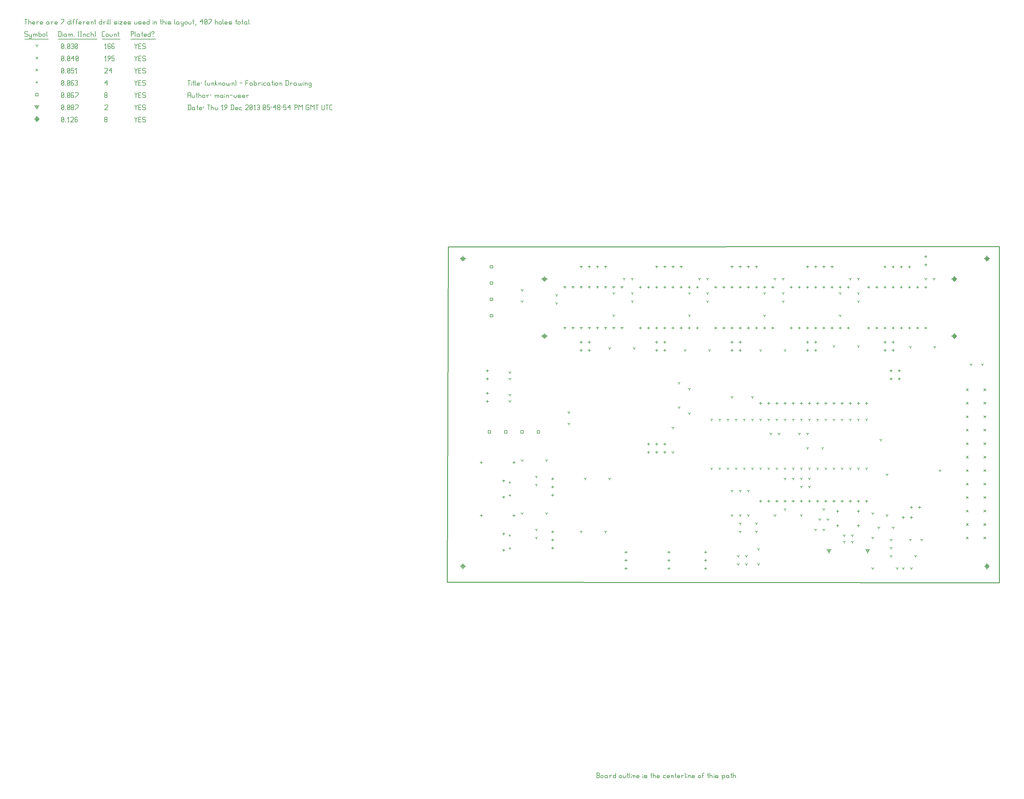
<source format=gbr>
G04 start of page 12 for group -3984 idx -3984 *
G04 Title: (unknown), fab *
G04 Creator: pcb 20110918 *
G04 CreationDate: Thu 19 Dec 2013 05:48:54 PM GMT UTC *
G04 For: main-user *
G04 Format: Gerber/RS-274X *
G04 PCB-Dimensions: 1574803 787402 *
G04 PCB-Coordinate-Origin: lower left *
%MOIN*%
%FSLAX25Y25*%
%LNFAB*%
%ADD300C,0.0100*%
%ADD299C,0.0060*%
%ADD298R,0.0080X0.0080*%
G54D298*X537500Y253102D02*Y246702D01*
X534300Y249902D02*X540700D01*
X535900Y251502D02*X539100D01*
X535900D02*Y248302D01*
X539100D01*
Y251502D02*Y248302D01*
X537500Y630602D02*Y624202D01*
X534300Y627402D02*X540700D01*
X535900Y629002D02*X539100D01*
X535900D02*Y625802D01*
X539100D01*
Y629002D02*Y625802D01*
X1180000Y253102D02*Y246702D01*
X1176800Y249902D02*X1183200D01*
X1178400Y251502D02*X1181600D01*
X1178400D02*Y248302D01*
X1181600D01*
Y251502D02*Y248302D01*
X1180000Y630602D02*Y624202D01*
X1176800Y627402D02*X1183200D01*
X1178400Y629002D02*X1181600D01*
X1178400D02*Y625802D01*
X1181600D01*
Y629002D02*Y625802D01*
X1140000Y605602D02*Y599202D01*
X1136800Y602402D02*X1143200D01*
X1138400Y604002D02*X1141600D01*
X1138400D02*Y600802D01*
X1141600D01*
Y604002D02*Y600802D01*
X637500Y535602D02*Y529202D01*
X634300Y532402D02*X640700D01*
X635900Y534002D02*X639100D01*
X635900D02*Y530802D01*
X639100D01*
Y534002D02*Y530802D01*
X637500Y605602D02*Y599202D01*
X634300Y602402D02*X640700D01*
X635900Y604002D02*X639100D01*
X635900D02*Y600802D01*
X639100D01*
Y604002D02*Y600802D01*
X1140000Y535602D02*Y529202D01*
X1136800Y532402D02*X1143200D01*
X1138400Y534002D02*X1141600D01*
X1138400D02*Y530802D01*
X1141600D01*
Y534002D02*Y530802D01*
X15000Y801852D02*Y795452D01*
X11800Y798652D02*X18200D01*
X13400Y800252D02*X16600D01*
X13400D02*Y797052D01*
X16600D01*
Y800252D02*Y797052D01*
G54D299*X135000Y800902D02*Y800152D01*
X136500Y798652D01*
X138000Y800152D01*
Y800902D02*Y800152D01*
X136500Y798652D02*Y794902D01*
X139800Y797902D02*X142050D01*
X139800Y794902D02*X142800D01*
X139800Y800902D02*Y794902D01*
Y800902D02*X142800D01*
X147600D02*X148350Y800152D01*
X145350Y800902D02*X147600D01*
X144600Y800152D02*X145350Y800902D01*
X144600Y800152D02*Y798652D01*
X145350Y797902D01*
X147600D01*
X148350Y797152D01*
Y795652D01*
X147600Y794902D02*X148350Y795652D01*
X145350Y794902D02*X147600D01*
X144600Y795652D02*X145350Y794902D01*
X98000Y795652D02*X98750Y794902D01*
X98000Y797152D02*Y795652D01*
Y797152D02*X98750Y797902D01*
X100250D01*
X101000Y797152D01*
Y795652D01*
X100250Y794902D02*X101000Y795652D01*
X98750Y794902D02*X100250D01*
X98000Y798652D02*X98750Y797902D01*
X98000Y800152D02*Y798652D01*
Y800152D02*X98750Y800902D01*
X100250D01*
X101000Y800152D01*
Y798652D01*
X100250Y797902D02*X101000Y798652D01*
X45000Y795652D02*X45750Y794902D01*
X45000Y800152D02*Y795652D01*
Y800152D02*X45750Y800902D01*
X47250D01*
X48000Y800152D01*
Y795652D01*
X47250Y794902D02*X48000Y795652D01*
X45750Y794902D02*X47250D01*
X45000Y796402D02*X48000Y799402D01*
X49800Y794902D02*X50550D01*
X53100D02*X54600D01*
X53850Y800902D02*Y794902D01*
X52350Y799402D02*X53850Y800902D01*
X56400Y800152D02*X57150Y800902D01*
X59400D01*
X60150Y800152D01*
Y798652D01*
X56400Y794902D02*X60150Y798652D01*
X56400Y794902D02*X60150D01*
X64200Y800902D02*X64950Y800152D01*
X62700Y800902D02*X64200D01*
X61950Y800152D02*X62700Y800902D01*
X61950Y800152D02*Y795652D01*
X62700Y794902D01*
X64200Y797902D02*X64950Y797152D01*
X61950Y797902D02*X64200D01*
X62700Y794902D02*X64200D01*
X64950Y795652D01*
Y797152D02*Y795652D01*
X1033800Y269202D02*Y266002D01*
Y269202D02*X1036573Y270802D01*
X1033800Y269202D02*X1031027Y270802D01*
X1032200Y269202D02*G75*G03X1035400Y269202I1600J0D01*G01*
G75*G03X1032200Y269202I-1600J0D01*G01*
X986400D02*Y266002D01*
Y269202D02*X989173Y270802D01*
X986400Y269202D02*X983627Y270802D01*
X984800Y269202D02*G75*G03X988000Y269202I1600J0D01*G01*
G75*G03X984800Y269202I-1600J0D01*G01*
X15000Y813652D02*Y810452D01*
Y813652D02*X17773Y815252D01*
X15000Y813652D02*X12227Y815252D01*
X13400Y813652D02*G75*G03X16600Y813652I1600J0D01*G01*
G75*G03X13400Y813652I-1600J0D01*G01*
X135000Y815902D02*Y815152D01*
X136500Y813652D01*
X138000Y815152D01*
Y815902D02*Y815152D01*
X136500Y813652D02*Y809902D01*
X139800Y812902D02*X142050D01*
X139800Y809902D02*X142800D01*
X139800Y815902D02*Y809902D01*
Y815902D02*X142800D01*
X147600D02*X148350Y815152D01*
X145350Y815902D02*X147600D01*
X144600Y815152D02*X145350Y815902D01*
X144600Y815152D02*Y813652D01*
X145350Y812902D01*
X147600D01*
X148350Y812152D01*
Y810652D01*
X147600Y809902D02*X148350Y810652D01*
X145350Y809902D02*X147600D01*
X144600Y810652D02*X145350Y809902D01*
X98000Y815152D02*X98750Y815902D01*
X101000D01*
X101750Y815152D01*
Y813652D01*
X98000Y809902D02*X101750Y813652D01*
X98000Y809902D02*X101750D01*
X45000Y810652D02*X45750Y809902D01*
X45000Y815152D02*Y810652D01*
Y815152D02*X45750Y815902D01*
X47250D01*
X48000Y815152D01*
Y810652D01*
X47250Y809902D02*X48000Y810652D01*
X45750Y809902D02*X47250D01*
X45000Y811402D02*X48000Y814402D01*
X49800Y809902D02*X50550D01*
X52350Y810652D02*X53100Y809902D01*
X52350Y815152D02*Y810652D01*
Y815152D02*X53100Y815902D01*
X54600D01*
X55350Y815152D01*
Y810652D01*
X54600Y809902D02*X55350Y810652D01*
X53100Y809902D02*X54600D01*
X52350Y811402D02*X55350Y814402D01*
X57150Y810652D02*X57900Y809902D01*
X57150Y812152D02*Y810652D01*
Y812152D02*X57900Y812902D01*
X59400D01*
X60150Y812152D01*
Y810652D01*
X59400Y809902D02*X60150Y810652D01*
X57900Y809902D02*X59400D01*
X57150Y813652D02*X57900Y812902D01*
X57150Y815152D02*Y813652D01*
Y815152D02*X57900Y815902D01*
X59400D01*
X60150Y815152D01*
Y813652D01*
X59400Y812902D02*X60150Y813652D01*
X61950Y809902D02*X65700Y813652D01*
Y815902D02*Y813652D01*
X61950Y815902D02*X65700D01*
X568400Y416502D02*X571600D01*
X568400D02*Y413302D01*
X571600D01*
Y416502D02*Y413302D01*
X588400Y416502D02*X591600D01*
X588400D02*Y413302D01*
X591600D01*
Y416502D02*Y413302D01*
X608400Y416502D02*X611600D01*
X608400D02*Y413302D01*
X611600D01*
Y416502D02*Y413302D01*
X628400Y416502D02*X631600D01*
X628400D02*Y413302D01*
X631600D01*
Y416502D02*Y413302D01*
X570900Y559002D02*X574100D01*
X570900D02*Y555802D01*
X574100D01*
Y559002D02*Y555802D01*
X570900Y579002D02*X574100D01*
X570900D02*Y575802D01*
X574100D01*
Y579002D02*Y575802D01*
X570900Y599002D02*X574100D01*
X570900D02*Y595802D01*
X574100D01*
Y599002D02*Y595802D01*
X570900Y619002D02*X574100D01*
X570900D02*Y615802D01*
X574100D01*
Y619002D02*Y615802D01*
X13400Y830252D02*X16600D01*
X13400D02*Y827052D01*
X16600D01*
Y830252D02*Y827052D01*
X135000Y830902D02*Y830152D01*
X136500Y828652D01*
X138000Y830152D01*
Y830902D02*Y830152D01*
X136500Y828652D02*Y824902D01*
X139800Y827902D02*X142050D01*
X139800Y824902D02*X142800D01*
X139800Y830902D02*Y824902D01*
Y830902D02*X142800D01*
X147600D02*X148350Y830152D01*
X145350Y830902D02*X147600D01*
X144600Y830152D02*X145350Y830902D01*
X144600Y830152D02*Y828652D01*
X145350Y827902D01*
X147600D01*
X148350Y827152D01*
Y825652D01*
X147600Y824902D02*X148350Y825652D01*
X145350Y824902D02*X147600D01*
X144600Y825652D02*X145350Y824902D01*
X98000Y825652D02*X98750Y824902D01*
X98000Y827152D02*Y825652D01*
Y827152D02*X98750Y827902D01*
X100250D01*
X101000Y827152D01*
Y825652D01*
X100250Y824902D02*X101000Y825652D01*
X98750Y824902D02*X100250D01*
X98000Y828652D02*X98750Y827902D01*
X98000Y830152D02*Y828652D01*
Y830152D02*X98750Y830902D01*
X100250D01*
X101000Y830152D01*
Y828652D01*
X100250Y827902D02*X101000Y828652D01*
X45000Y825652D02*X45750Y824902D01*
X45000Y830152D02*Y825652D01*
Y830152D02*X45750Y830902D01*
X47250D01*
X48000Y830152D01*
Y825652D01*
X47250Y824902D02*X48000Y825652D01*
X45750Y824902D02*X47250D01*
X45000Y826402D02*X48000Y829402D01*
X49800Y824902D02*X50550D01*
X52350Y825652D02*X53100Y824902D01*
X52350Y830152D02*Y825652D01*
Y830152D02*X53100Y830902D01*
X54600D01*
X55350Y830152D01*
Y825652D01*
X54600Y824902D02*X55350Y825652D01*
X53100Y824902D02*X54600D01*
X52350Y826402D02*X55350Y829402D01*
X59400Y830902D02*X60150Y830152D01*
X57900Y830902D02*X59400D01*
X57150Y830152D02*X57900Y830902D01*
X57150Y830152D02*Y825652D01*
X57900Y824902D01*
X59400Y827902D02*X60150Y827152D01*
X57150Y827902D02*X59400D01*
X57900Y824902D02*X59400D01*
X60150Y825652D01*
Y827152D02*Y825652D01*
X61950Y824902D02*X65700Y828652D01*
Y830902D02*Y828652D01*
X61950Y830902D02*X65700D01*
X594141Y336969D02*G75*G03X595741Y336969I800J0D01*G01*
G75*G03X594141Y336969I-800J0D01*G01*
Y352717D02*G75*G03X595741Y352717I800J0D01*G01*
G75*G03X594141Y352717I-800J0D01*G01*
Y271969D02*G75*G03X595741Y271969I800J0D01*G01*
G75*G03X594141Y271969I-800J0D01*G01*
Y287717D02*G75*G03X595741Y287717I800J0D01*G01*
G75*G03X594141Y287717I-800J0D01*G01*
X14200Y843652D02*G75*G03X15800Y843652I800J0D01*G01*
G75*G03X14200Y843652I-800J0D01*G01*
X135000Y845902D02*Y845152D01*
X136500Y843652D01*
X138000Y845152D01*
Y845902D02*Y845152D01*
X136500Y843652D02*Y839902D01*
X139800Y842902D02*X142050D01*
X139800Y839902D02*X142800D01*
X139800Y845902D02*Y839902D01*
Y845902D02*X142800D01*
X147600D02*X148350Y845152D01*
X145350Y845902D02*X147600D01*
X144600Y845152D02*X145350Y845902D01*
X144600Y845152D02*Y843652D01*
X145350Y842902D01*
X147600D01*
X148350Y842152D01*
Y840652D01*
X147600Y839902D02*X148350Y840652D01*
X145350Y839902D02*X147600D01*
X144600Y840652D02*X145350Y839902D01*
X98000Y842902D02*X101000Y845902D01*
X98000Y842902D02*X101750D01*
X101000Y845902D02*Y839902D01*
X45000Y840652D02*X45750Y839902D01*
X45000Y845152D02*Y840652D01*
Y845152D02*X45750Y845902D01*
X47250D01*
X48000Y845152D01*
Y840652D01*
X47250Y839902D02*X48000Y840652D01*
X45750Y839902D02*X47250D01*
X45000Y841402D02*X48000Y844402D01*
X49800Y839902D02*X50550D01*
X52350Y840652D02*X53100Y839902D01*
X52350Y845152D02*Y840652D01*
Y845152D02*X53100Y845902D01*
X54600D01*
X55350Y845152D01*
Y840652D01*
X54600Y839902D02*X55350Y840652D01*
X53100Y839902D02*X54600D01*
X52350Y841402D02*X55350Y844402D01*
X59400Y845902D02*X60150Y845152D01*
X57900Y845902D02*X59400D01*
X57150Y845152D02*X57900Y845902D01*
X57150Y845152D02*Y840652D01*
X57900Y839902D01*
X59400Y842902D02*X60150Y842152D01*
X57150Y842902D02*X59400D01*
X57900Y839902D02*X59400D01*
X60150Y840652D01*
Y842152D02*Y840652D01*
X61950Y845152D02*X62700Y845902D01*
X64200D01*
X64950Y845152D01*
Y840652D01*
X64200Y839902D02*X64950Y840652D01*
X62700Y839902D02*X64200D01*
X61950Y840652D02*X62700Y839902D01*
Y842902D02*X64950D01*
X1176300Y467815D02*X1178700Y465415D01*
X1176300D02*X1178700Y467815D01*
X1176300Y451280D02*X1178700Y448880D01*
X1176300D02*X1178700Y451280D01*
X1176300Y434744D02*X1178700Y432344D01*
X1176300D02*X1178700Y434744D01*
X1176300Y418209D02*X1178700Y415809D01*
X1176300D02*X1178700Y418209D01*
X1176300Y401673D02*X1178700Y399273D01*
X1176300D02*X1178700Y401673D01*
X1176300Y385138D02*X1178700Y382738D01*
X1176300D02*X1178700Y385138D01*
X1176300Y368602D02*X1178700Y366202D01*
X1176300D02*X1178700Y368602D01*
X1176300Y352067D02*X1178700Y349667D01*
X1176300D02*X1178700Y352067D01*
X1176300Y335531D02*X1178700Y333131D01*
X1176300D02*X1178700Y335531D01*
X1176300Y318996D02*X1178700Y316596D01*
X1176300D02*X1178700Y318996D01*
X1154647Y467815D02*X1157047Y465415D01*
X1154647D02*X1157047Y467815D01*
X1154647Y451279D02*X1157047Y448879D01*
X1154647D02*X1157047Y451279D01*
X1154647Y434743D02*X1157047Y432343D01*
X1154647D02*X1157047Y434743D01*
X1154647Y418208D02*X1157047Y415808D01*
X1154647D02*X1157047Y418208D01*
X1154647Y401672D02*X1157047Y399272D01*
X1154647D02*X1157047Y401672D01*
X1154647Y385137D02*X1157047Y382737D01*
X1154647D02*X1157047Y385137D01*
X1154647Y368601D02*X1157047Y366201D01*
X1154647D02*X1157047Y368601D01*
X1154647Y352066D02*X1157047Y349666D01*
X1154647D02*X1157047Y352066D01*
X1154647Y335530D02*X1157047Y333130D01*
X1154647D02*X1157047Y335530D01*
X1154647Y318995D02*X1157047Y316595D01*
X1154647D02*X1157047Y318995D01*
X1176300Y302461D02*X1178700Y300061D01*
X1176300D02*X1178700Y302461D01*
X1176300Y285925D02*X1178700Y283525D01*
X1176300D02*X1178700Y285925D01*
X1154647Y302461D02*X1157047Y300061D01*
X1154647D02*X1157047Y302461D01*
X1154647Y285925D02*X1157047Y283525D01*
X1154647D02*X1157047Y285925D01*
X13800Y859852D02*X16200Y857452D01*
X13800D02*X16200Y859852D01*
X135000Y860902D02*Y860152D01*
X136500Y858652D01*
X138000Y860152D01*
Y860902D02*Y860152D01*
X136500Y858652D02*Y854902D01*
X139800Y857902D02*X142050D01*
X139800Y854902D02*X142800D01*
X139800Y860902D02*Y854902D01*
Y860902D02*X142800D01*
X147600D02*X148350Y860152D01*
X145350Y860902D02*X147600D01*
X144600Y860152D02*X145350Y860902D01*
X144600Y860152D02*Y858652D01*
X145350Y857902D01*
X147600D01*
X148350Y857152D01*
Y855652D01*
X147600Y854902D02*X148350Y855652D01*
X145350Y854902D02*X147600D01*
X144600Y855652D02*X145350Y854902D01*
X98000Y860152D02*X98750Y860902D01*
X101000D01*
X101750Y860152D01*
Y858652D01*
X98000Y854902D02*X101750Y858652D01*
X98000Y854902D02*X101750D01*
X103550Y857902D02*X106550Y860902D01*
X103550Y857902D02*X107300D01*
X106550Y860902D02*Y854902D01*
X45000Y855652D02*X45750Y854902D01*
X45000Y860152D02*Y855652D01*
Y860152D02*X45750Y860902D01*
X47250D01*
X48000Y860152D01*
Y855652D01*
X47250Y854902D02*X48000Y855652D01*
X45750Y854902D02*X47250D01*
X45000Y856402D02*X48000Y859402D01*
X49800Y854902D02*X50550D01*
X52350Y855652D02*X53100Y854902D01*
X52350Y860152D02*Y855652D01*
Y860152D02*X53100Y860902D01*
X54600D01*
X55350Y860152D01*
Y855652D01*
X54600Y854902D02*X55350Y855652D01*
X53100Y854902D02*X54600D01*
X52350Y856402D02*X55350Y859402D01*
X57150Y860902D02*X60150D01*
X57150D02*Y857902D01*
X57900Y858652D01*
X59400D01*
X60150Y857902D01*
Y855652D01*
X59400Y854902D02*X60150Y855652D01*
X57900Y854902D02*X59400D01*
X57150Y855652D02*X57900Y854902D01*
X62700D02*X64200D01*
X63450Y860902D02*Y854902D01*
X61950Y859402D02*X63450Y860902D01*
X1077500Y311502D02*Y308302D01*
X1075900Y309902D02*X1079100D01*
X1087500Y311502D02*Y308302D01*
X1085900Y309902D02*X1089100D01*
X1087500Y324002D02*Y320802D01*
X1085900Y322402D02*X1089100D01*
X1097500Y324002D02*Y320802D01*
X1095900Y322402D02*X1099100D01*
X1022500Y301502D02*Y298302D01*
X1020900Y299902D02*X1024100D01*
X1022500Y319218D02*Y316018D01*
X1020900Y317618D02*X1024100D01*
X996910Y301502D02*Y298302D01*
X995310Y299902D02*X998510D01*
X996910Y319218D02*Y316018D01*
X995310Y317618D02*X998510D01*
X785000Y401502D02*Y398302D01*
X783400Y399902D02*X786600D01*
X785000Y391502D02*Y388302D01*
X783400Y389902D02*X786600D01*
X775000Y401502D02*Y398302D01*
X773400Y399902D02*X776600D01*
X775000Y391502D02*Y388302D01*
X773400Y389902D02*X776600D01*
X765000Y401502D02*Y398302D01*
X763400Y399902D02*X766600D01*
X765000Y391502D02*Y388302D01*
X763400Y389902D02*X766600D01*
X835000Y269002D02*Y265802D01*
X833400Y267402D02*X836600D01*
X835000Y259002D02*Y255802D01*
X833400Y257402D02*X836600D01*
X835000Y249002D02*Y245802D01*
X833400Y247402D02*X836600D01*
X737500Y269002D02*Y265802D01*
X735900Y267402D02*X739100D01*
X737500Y259002D02*Y255802D01*
X735900Y257402D02*X739100D01*
X737500Y249002D02*Y245802D01*
X735900Y247402D02*X739100D01*
X790000Y269002D02*Y265802D01*
X788400Y267402D02*X791600D01*
X790000Y259002D02*Y255802D01*
X788400Y257402D02*X791600D01*
X790000Y249002D02*Y245802D01*
X788400Y247402D02*X791600D01*
X647500Y359002D02*Y355802D01*
X645900Y357402D02*X649100D01*
X647500Y349002D02*Y345802D01*
X645900Y347402D02*X649100D01*
X647500Y339002D02*Y335802D01*
X645900Y337402D02*X649100D01*
X647500Y294002D02*Y290802D01*
X645900Y292402D02*X649100D01*
X647500Y284002D02*Y280802D01*
X645900Y282402D02*X649100D01*
X647500Y274002D02*Y270802D01*
X645900Y272402D02*X649100D01*
X587441Y336443D02*Y333243D01*
X585841Y334843D02*X589041D01*
X587441Y356443D02*Y353243D01*
X585841Y354843D02*X589041D01*
X587441Y271443D02*Y268243D01*
X585841Y269843D02*X589041D01*
X587441Y291443D02*Y288243D01*
X585841Y289843D02*X589041D01*
X560000Y314002D02*Y310802D01*
X558400Y312402D02*X561600D01*
X600000Y314002D02*Y310802D01*
X598400Y312402D02*X601600D01*
X560000Y379002D02*Y375802D01*
X558400Y377402D02*X561600D01*
X600000Y379002D02*Y375802D01*
X598400Y377402D02*X601600D01*
X567500Y464002D02*Y460802D01*
X565900Y462402D02*X569100D01*
X567500Y454002D02*Y450802D01*
X565900Y452402D02*X569100D01*
X567500Y491502D02*Y488302D01*
X565900Y489902D02*X569100D01*
X567500Y481502D02*Y478302D01*
X565900Y479902D02*X569100D01*
X775000Y526502D02*Y523302D01*
X773400Y524902D02*X776600D01*
X775000Y516502D02*Y513302D01*
X773400Y514902D02*X776600D01*
X1072500Y491502D02*Y488302D01*
X1070900Y489902D02*X1074100D01*
X1062500Y491502D02*Y488302D01*
X1060900Y489902D02*X1064100D01*
X1072500Y481502D02*Y478302D01*
X1070900Y479902D02*X1074100D01*
X1062500Y481502D02*Y478302D01*
X1060900Y479902D02*X1064100D01*
X902500Y331502D02*Y328302D01*
X900900Y329902D02*X904100D01*
X912500Y331502D02*Y328302D01*
X910900Y329902D02*X914100D01*
X922500Y331502D02*Y328302D01*
X920900Y329902D02*X924100D01*
X932500Y331502D02*Y328302D01*
X930900Y329902D02*X934100D01*
X942500Y331502D02*Y328302D01*
X940900Y329902D02*X944100D01*
X952500Y331502D02*Y328302D01*
X950900Y329902D02*X954100D01*
X962500Y331502D02*Y328302D01*
X960900Y329902D02*X964100D01*
X972500Y331502D02*Y328302D01*
X970900Y329902D02*X974100D01*
X982500Y331502D02*Y328302D01*
X980900Y329902D02*X984100D01*
X992500Y331502D02*Y328302D01*
X990900Y329902D02*X994100D01*
X1002500Y331502D02*Y328302D01*
X1000900Y329902D02*X1004100D01*
X1012500Y331502D02*Y328302D01*
X1010900Y329902D02*X1014100D01*
X1022500Y331502D02*Y328302D01*
X1020900Y329902D02*X1024100D01*
X1032500Y331502D02*Y328302D01*
X1030900Y329902D02*X1034100D01*
X1032500Y451502D02*Y448302D01*
X1030900Y449902D02*X1034100D01*
X1022500Y451502D02*Y448302D01*
X1020900Y449902D02*X1024100D01*
X1012500Y451502D02*Y448302D01*
X1010900Y449902D02*X1014100D01*
X1002500Y451502D02*Y448302D01*
X1000900Y449902D02*X1004100D01*
X992500Y451502D02*Y448302D01*
X990900Y449902D02*X994100D01*
X982500Y451502D02*Y448302D01*
X980900Y449902D02*X984100D01*
X972500Y451502D02*Y448302D01*
X970900Y449902D02*X974100D01*
X962500Y451502D02*Y448302D01*
X960900Y449902D02*X964100D01*
X952500Y451502D02*Y448302D01*
X950900Y449902D02*X954100D01*
X942500Y451502D02*Y448302D01*
X940900Y449902D02*X944100D01*
X932500Y451502D02*Y448302D01*
X930900Y449902D02*X934100D01*
X922500Y451502D02*Y448302D01*
X920900Y449902D02*X924100D01*
X912500Y451502D02*Y448302D01*
X910900Y449902D02*X914100D01*
X902500Y451502D02*Y448302D01*
X900900Y449902D02*X904100D01*
X950000Y594002D02*Y590802D01*
X948400Y592402D02*X951600D01*
X940000Y594002D02*Y590802D01*
X938400Y592402D02*X941600D01*
X950000Y544002D02*Y540802D01*
X948400Y542402D02*X951600D01*
X960000Y544002D02*Y540802D01*
X958400Y542402D02*X961600D01*
X970000Y544002D02*Y540802D01*
X968400Y542402D02*X971600D01*
X980000Y544002D02*Y540802D01*
X978400Y542402D02*X981600D01*
X990000Y544002D02*Y540802D01*
X988400Y542402D02*X991600D01*
X1000000Y544002D02*Y540802D01*
X998400Y542402D02*X1001600D01*
X1010000Y544002D02*Y540802D01*
X1008400Y542402D02*X1011600D01*
X1000000Y594002D02*Y590802D01*
X998400Y592402D02*X1001600D01*
X990000Y594002D02*Y590802D01*
X988400Y592402D02*X991600D01*
X980000Y594002D02*Y590802D01*
X978400Y592402D02*X981600D01*
X970000Y594002D02*Y590802D01*
X968400Y592402D02*X971600D01*
X960000Y594002D02*Y590802D01*
X958400Y592402D02*X961600D01*
X940000Y544002D02*Y540802D01*
X938400Y542402D02*X941600D01*
X1010000Y594002D02*Y590802D01*
X1008400Y592402D02*X1011600D01*
X765000Y594002D02*Y590802D01*
X763400Y592402D02*X766600D01*
X755000Y594002D02*Y590802D01*
X753400Y592402D02*X756600D01*
X765000Y544002D02*Y540802D01*
X763400Y542402D02*X766600D01*
X775000Y544002D02*Y540802D01*
X773400Y542402D02*X776600D01*
X785000Y544002D02*Y540802D01*
X783400Y542402D02*X786600D01*
X795000Y544002D02*Y540802D01*
X793400Y542402D02*X796600D01*
X805000Y544002D02*Y540802D01*
X803400Y542402D02*X806600D01*
X815000Y544002D02*Y540802D01*
X813400Y542402D02*X816600D01*
X825000Y544002D02*Y540802D01*
X823400Y542402D02*X826600D01*
X815000Y594002D02*Y590802D01*
X813400Y592402D02*X816600D01*
X805000Y594002D02*Y590802D01*
X803400Y592402D02*X806600D01*
X795000Y594002D02*Y590802D01*
X793400Y592402D02*X796600D01*
X785000Y594002D02*Y590802D01*
X783400Y592402D02*X786600D01*
X775000Y594002D02*Y590802D01*
X773400Y592402D02*X776600D01*
X755000Y544002D02*Y540802D01*
X753400Y542402D02*X756600D01*
X825000Y594002D02*Y590802D01*
X823400Y592402D02*X826600D01*
X857500Y594002D02*Y590802D01*
X855900Y592402D02*X859100D01*
X847500Y594002D02*Y590802D01*
X845900Y592402D02*X849100D01*
X857500Y544002D02*Y540802D01*
X855900Y542402D02*X859100D01*
X867500Y544002D02*Y540802D01*
X865900Y542402D02*X869100D01*
X877500Y544002D02*Y540802D01*
X875900Y542402D02*X879100D01*
X887500Y544002D02*Y540802D01*
X885900Y542402D02*X889100D01*
X897500Y544002D02*Y540802D01*
X895900Y542402D02*X899100D01*
X907500Y544002D02*Y540802D01*
X905900Y542402D02*X909100D01*
X917500Y544002D02*Y540802D01*
X915900Y542402D02*X919100D01*
X907500Y594002D02*Y590802D01*
X905900Y592402D02*X909100D01*
X897500Y594002D02*Y590802D01*
X895900Y592402D02*X899100D01*
X887500Y594002D02*Y590802D01*
X885900Y592402D02*X889100D01*
X877500Y594002D02*Y590802D01*
X875900Y592402D02*X879100D01*
X867500Y594002D02*Y590802D01*
X865900Y592402D02*X869100D01*
X847500Y544002D02*Y540802D01*
X845900Y542402D02*X849100D01*
X917500Y594002D02*Y590802D01*
X915900Y592402D02*X919100D01*
X672559Y594061D02*Y590861D01*
X670959Y592461D02*X674159D01*
X662559Y594061D02*Y590861D01*
X660959Y592461D02*X664159D01*
X672559Y544061D02*Y540861D01*
X670959Y542461D02*X674159D01*
X682559Y544061D02*Y540861D01*
X680959Y542461D02*X684159D01*
X692559Y544061D02*Y540861D01*
X690959Y542461D02*X694159D01*
X702559Y544061D02*Y540861D01*
X700959Y542461D02*X704159D01*
X712559Y544061D02*Y540861D01*
X710959Y542461D02*X714159D01*
X722559Y544061D02*Y540861D01*
X720959Y542461D02*X724159D01*
X732559Y544061D02*Y540861D01*
X730959Y542461D02*X734159D01*
X722559Y594061D02*Y590861D01*
X720959Y592461D02*X724159D01*
X712559Y594061D02*Y590861D01*
X710959Y592461D02*X714159D01*
X702559Y594061D02*Y590861D01*
X700959Y592461D02*X704159D01*
X692559Y594061D02*Y590861D01*
X690959Y592461D02*X694159D01*
X682559Y594061D02*Y590861D01*
X680959Y592461D02*X684159D01*
X662559Y544061D02*Y540861D01*
X660959Y542461D02*X664159D01*
X732559Y594061D02*Y590861D01*
X730959Y592461D02*X734159D01*
X897559Y619061D02*Y615861D01*
X895959Y617461D02*X899159D01*
X887559Y619061D02*Y615861D01*
X885959Y617461D02*X889159D01*
X877559Y619061D02*Y615861D01*
X875959Y617461D02*X879159D01*
X867559Y619061D02*Y615861D01*
X865959Y617461D02*X869159D01*
X805059Y619061D02*Y615861D01*
X803459Y617461D02*X806659D01*
X795059Y619061D02*Y615861D01*
X793459Y617461D02*X796659D01*
X785059Y619061D02*Y615861D01*
X783459Y617461D02*X786659D01*
X775059Y619061D02*Y615861D01*
X773459Y617461D02*X776659D01*
X712559Y619061D02*Y615861D01*
X710959Y617461D02*X714159D01*
X702559Y619061D02*Y615861D01*
X700959Y617461D02*X704159D01*
X692559Y619061D02*Y615861D01*
X690959Y617461D02*X694159D01*
X682559Y619061D02*Y615861D01*
X680959Y617461D02*X684159D01*
X1105000Y631502D02*Y628302D01*
X1103400Y629902D02*X1106600D01*
X1105000Y621502D02*Y618302D01*
X1103400Y619902D02*X1106600D01*
X867500Y526502D02*Y523302D01*
X865900Y524902D02*X869100D01*
X867500Y516502D02*Y513302D01*
X865900Y514902D02*X869100D01*
X877500Y526502D02*Y523302D01*
X875900Y524902D02*X879100D01*
X877500Y516502D02*Y513302D01*
X875900Y514902D02*X879100D01*
X960000Y526502D02*Y523302D01*
X958400Y524902D02*X961600D01*
X960000Y516502D02*Y513302D01*
X958400Y514902D02*X961600D01*
X970000Y526502D02*Y523302D01*
X968400Y524902D02*X971600D01*
X970000Y516502D02*Y513302D01*
X968400Y514902D02*X971600D01*
X785000Y526502D02*Y523302D01*
X783400Y524902D02*X786600D01*
X785000Y516502D02*Y513302D01*
X783400Y514902D02*X786600D01*
X692559Y526561D02*Y523361D01*
X690959Y524961D02*X694159D01*
X692559Y516561D02*Y513361D01*
X690959Y514961D02*X694159D01*
X682559Y526561D02*Y523361D01*
X680959Y524961D02*X684159D01*
X682559Y516561D02*Y513361D01*
X680959Y514961D02*X684159D01*
X1065000Y526502D02*Y523302D01*
X1063400Y524902D02*X1066600D01*
X1065000Y516502D02*Y513302D01*
X1063400Y514902D02*X1066600D01*
X1055000Y526502D02*Y523302D01*
X1053400Y524902D02*X1056600D01*
X1055000Y516502D02*Y513302D01*
X1053400Y514902D02*X1056600D01*
X1085000Y619002D02*Y615802D01*
X1083400Y617402D02*X1086600D01*
X1075000Y619002D02*Y615802D01*
X1073400Y617402D02*X1076600D01*
X1065000Y619002D02*Y615802D01*
X1063400Y617402D02*X1066600D01*
X1055000Y619002D02*Y615802D01*
X1053400Y617402D02*X1056600D01*
X1045000Y594002D02*Y590802D01*
X1043400Y592402D02*X1046600D01*
X1035000Y594002D02*Y590802D01*
X1033400Y592402D02*X1036600D01*
X1045000Y544002D02*Y540802D01*
X1043400Y542402D02*X1046600D01*
X1055000Y544002D02*Y540802D01*
X1053400Y542402D02*X1056600D01*
X1065000Y544002D02*Y540802D01*
X1063400Y542402D02*X1066600D01*
X1075000Y544002D02*Y540802D01*
X1073400Y542402D02*X1076600D01*
X1085000Y544002D02*Y540802D01*
X1083400Y542402D02*X1086600D01*
X1095000Y544002D02*Y540802D01*
X1093400Y542402D02*X1096600D01*
X1105000Y544002D02*Y540802D01*
X1103400Y542402D02*X1106600D01*
X1095000Y594002D02*Y590802D01*
X1093400Y592402D02*X1096600D01*
X1085000Y594002D02*Y590802D01*
X1083400Y592402D02*X1086600D01*
X1075000Y594002D02*Y590802D01*
X1073400Y592402D02*X1076600D01*
X1065000Y594002D02*Y590802D01*
X1063400Y592402D02*X1066600D01*
X1055000Y594002D02*Y590802D01*
X1053400Y592402D02*X1056600D01*
X1035000Y544002D02*Y540802D01*
X1033400Y542402D02*X1036600D01*
X1105000Y594002D02*Y590802D01*
X1103400Y592402D02*X1106600D01*
X990059Y619061D02*Y615861D01*
X988459Y617461D02*X991659D01*
X980059Y619061D02*Y615861D01*
X978459Y617461D02*X981659D01*
X970059Y619061D02*Y615861D01*
X968459Y617461D02*X971659D01*
X960059Y619061D02*Y615861D01*
X958459Y617461D02*X961659D01*
X15000Y875252D02*Y872052D01*
X13400Y873652D02*X16600D01*
X135000Y875902D02*Y875152D01*
X136500Y873652D01*
X138000Y875152D01*
Y875902D02*Y875152D01*
X136500Y873652D02*Y869902D01*
X139800Y872902D02*X142050D01*
X139800Y869902D02*X142800D01*
X139800Y875902D02*Y869902D01*
Y875902D02*X142800D01*
X147600D02*X148350Y875152D01*
X145350Y875902D02*X147600D01*
X144600Y875152D02*X145350Y875902D01*
X144600Y875152D02*Y873652D01*
X145350Y872902D01*
X147600D01*
X148350Y872152D01*
Y870652D01*
X147600Y869902D02*X148350Y870652D01*
X145350Y869902D02*X147600D01*
X144600Y870652D02*X145350Y869902D01*
X98750D02*X100250D01*
X99500Y875902D02*Y869902D01*
X98000Y874402D02*X99500Y875902D01*
X102050Y869902D02*X105050Y872902D01*
Y875152D02*Y872902D01*
X104300Y875902D02*X105050Y875152D01*
X102800Y875902D02*X104300D01*
X102050Y875152D02*X102800Y875902D01*
X102050Y875152D02*Y873652D01*
X102800Y872902D01*
X105050D01*
X106850Y875902D02*X109850D01*
X106850D02*Y872902D01*
X107600Y873652D01*
X109100D01*
X109850Y872902D01*
Y870652D01*
X109100Y869902D02*X109850Y870652D01*
X107600Y869902D02*X109100D01*
X106850Y870652D02*X107600Y869902D01*
X45000Y870652D02*X45750Y869902D01*
X45000Y875152D02*Y870652D01*
Y875152D02*X45750Y875902D01*
X47250D01*
X48000Y875152D01*
Y870652D01*
X47250Y869902D02*X48000Y870652D01*
X45750Y869902D02*X47250D01*
X45000Y871402D02*X48000Y874402D01*
X49800Y869902D02*X50550D01*
X52350Y870652D02*X53100Y869902D01*
X52350Y875152D02*Y870652D01*
Y875152D02*X53100Y875902D01*
X54600D01*
X55350Y875152D01*
Y870652D01*
X54600Y869902D02*X55350Y870652D01*
X53100Y869902D02*X54600D01*
X52350Y871402D02*X55350Y874402D01*
X57150Y872902D02*X60150Y875902D01*
X57150Y872902D02*X60900D01*
X60150Y875902D02*Y869902D01*
X62700Y870652D02*X63450Y869902D01*
X62700Y875152D02*Y870652D01*
Y875152D02*X63450Y875902D01*
X64950D01*
X65700Y875152D01*
Y870652D01*
X64950Y869902D02*X65700Y870652D01*
X63450Y869902D02*X64950D01*
X62700Y871402D02*X65700Y874402D01*
X978400Y394902D02*Y393302D01*
Y394902D02*X979787Y395702D01*
X978400Y394902D02*X977013Y395702D01*
X960000Y394902D02*Y393302D01*
Y394902D02*X961387Y395702D01*
X960000Y394902D02*X958613Y395702D01*
X1062500Y282402D02*Y280802D01*
Y282402D02*X1063887Y283202D01*
X1062500Y282402D02*X1061113Y283202D01*
X1062500Y272402D02*Y270802D01*
Y272402D02*X1063887Y273202D01*
X1062500Y272402D02*X1061113Y273202D01*
X802500Y444902D02*Y443302D01*
Y444902D02*X803887Y445702D01*
X802500Y444902D02*X801113Y445702D01*
X802500Y474902D02*Y473302D01*
Y474902D02*X803887Y475702D01*
X802500Y474902D02*X801113Y475702D01*
X1062500Y262402D02*Y260802D01*
Y262402D02*X1063887Y263202D01*
X1062500Y262402D02*X1061113Y263202D01*
X1092500Y262402D02*Y260802D01*
Y262402D02*X1093887Y263202D01*
X1092500Y262402D02*X1091113Y263202D01*
X1077500Y247402D02*Y245802D01*
Y247402D02*X1078887Y248202D01*
X1077500Y247402D02*X1076113Y248202D01*
X1087500Y247402D02*Y245802D01*
Y247402D02*X1088887Y248202D01*
X1087500Y247402D02*X1086113Y248202D01*
X1040000Y314902D02*Y313302D01*
Y314902D02*X1041387Y315702D01*
X1040000Y314902D02*X1038613Y315702D01*
X1040000Y284902D02*Y283302D01*
Y284902D02*X1041387Y285702D01*
X1040000Y284902D02*X1038613Y285702D01*
X1086200Y282402D02*Y280802D01*
Y282402D02*X1087587Y283202D01*
X1086200Y282402D02*X1084813Y283202D01*
X1100000Y282402D02*Y280802D01*
Y282402D02*X1101387Y283202D01*
X1100000Y282402D02*X1098613Y283202D01*
X877500Y312402D02*Y310802D01*
Y312402D02*X878887Y313202D01*
X877500Y312402D02*X876113Y313202D01*
X877500Y342402D02*Y340802D01*
Y342402D02*X878887Y343202D01*
X877500Y342402D02*X876113Y343202D01*
X1040000Y247402D02*Y245802D01*
Y247402D02*X1041387Y248202D01*
X1040000Y247402D02*X1038613Y248202D01*
X1070000Y247402D02*Y245802D01*
Y247402D02*X1071387Y248202D01*
X1070000Y247402D02*X1068613Y248202D01*
X815000Y437402D02*Y435802D01*
Y437402D02*X816387Y438202D01*
X815000Y437402D02*X813613Y438202D01*
X815000Y467402D02*Y465802D01*
Y467402D02*X816387Y468202D01*
X815000Y467402D02*X813613Y468202D01*
X1057500Y312402D02*Y310802D01*
Y312402D02*X1058887Y313202D01*
X1057500Y312402D02*X1056113Y313202D01*
X1057500Y362402D02*Y360802D01*
Y362402D02*X1058887Y363202D01*
X1057500Y362402D02*X1056113Y363202D01*
X1015000Y279902D02*Y278302D01*
Y279902D02*X1016387Y280702D01*
X1015000Y279902D02*X1013613Y280702D01*
X1005200Y279902D02*Y278302D01*
Y279902D02*X1006587Y280702D01*
X1005200Y279902D02*X1003813Y280702D01*
X1005200Y287702D02*Y286102D01*
Y287702D02*X1006587Y288502D01*
X1005200Y287702D02*X1003813Y288502D01*
X1015000Y287702D02*Y286102D01*
Y287702D02*X1016387Y288502D01*
X1015000Y287702D02*X1013613Y288502D01*
X867500Y312402D02*Y310802D01*
Y312402D02*X868887Y313202D01*
X867500Y312402D02*X866113Y313202D01*
X867500Y342402D02*Y340802D01*
Y342402D02*X868887Y343202D01*
X867500Y342402D02*X866113Y343202D01*
X897500Y302402D02*Y300802D01*
Y302402D02*X898887Y303202D01*
X897500Y302402D02*X896113Y303202D01*
X897500Y292402D02*Y290802D01*
Y292402D02*X898887Y293202D01*
X897500Y292402D02*X896113Y293202D01*
X887500Y312402D02*Y310802D01*
Y312402D02*X888887Y313202D01*
X887500Y312402D02*X886113Y313202D01*
X887500Y342402D02*Y340802D01*
Y342402D02*X888887Y343202D01*
X887500Y342402D02*X886113Y343202D01*
X877500Y302402D02*Y300802D01*
Y302402D02*X878887Y303202D01*
X877500Y302402D02*X876113Y303202D01*
X877500Y292402D02*Y290802D01*
Y292402D02*X878887Y293202D01*
X877500Y292402D02*X876113Y293202D01*
X985000Y307402D02*Y305802D01*
Y307402D02*X986387Y308202D01*
X985000Y307402D02*X983613Y308202D01*
X975000Y307402D02*Y305802D01*
Y307402D02*X976387Y308202D01*
X975000Y307402D02*X973613Y308202D01*
X980000Y294902D02*Y293302D01*
Y294902D02*X981387Y295702D01*
X980000Y294902D02*X978613Y295702D01*
X970000Y294902D02*Y293302D01*
Y294902D02*X971387Y295702D01*
X970000Y294902D02*X968613Y295702D01*
X875000Y252402D02*Y250802D01*
Y252402D02*X876387Y253202D01*
X875000Y252402D02*X873613Y253202D01*
X885000Y252402D02*Y250802D01*
Y252402D02*X886387Y253202D01*
X885000Y252402D02*X883613Y253202D01*
X875000Y262402D02*Y260802D01*
Y262402D02*X876387Y263202D01*
X875000Y262402D02*X873613Y263202D01*
X885000Y262402D02*Y260802D01*
Y262402D02*X886387Y263202D01*
X885000Y262402D02*X883613Y263202D01*
X900000Y252402D02*Y250802D01*
Y252402D02*X901387Y253202D01*
X900000Y252402D02*X898613Y253202D01*
X900000Y270802D02*Y269202D01*
Y270802D02*X901387Y271602D01*
X900000Y270802D02*X898613Y271602D01*
X962500Y357402D02*Y355802D01*
Y357402D02*X963887Y358202D01*
X962500Y357402D02*X961113Y358202D01*
X962500Y347402D02*Y345802D01*
Y347402D02*X963887Y348202D01*
X962500Y347402D02*X961113Y348202D01*
X952500Y357402D02*Y355802D01*
Y357402D02*X953887Y358202D01*
X952500Y357402D02*X951113Y358202D01*
X952500Y347402D02*Y345802D01*
Y347402D02*X953887Y348202D01*
X952500Y347402D02*X951113Y348202D01*
X960000Y412402D02*Y410802D01*
Y412402D02*X961387Y413202D01*
X960000Y412402D02*X958613Y413202D01*
X950000Y412402D02*Y410802D01*
Y412402D02*X951387Y413202D01*
X950000Y412402D02*X948613Y413202D01*
X915000Y412402D02*Y410802D01*
Y412402D02*X916387Y413202D01*
X915000Y412402D02*X913613Y413202D01*
X925000Y412402D02*Y410802D01*
Y412402D02*X926387Y413202D01*
X925000Y412402D02*X923613Y413202D01*
X942500Y357402D02*Y355802D01*
Y357402D02*X943887Y358202D01*
X942500Y357402D02*X941113Y358202D01*
X932500Y357402D02*Y355802D01*
Y357402D02*X933887Y358202D01*
X932500Y357402D02*X931113Y358202D01*
X842500Y369902D02*Y368302D01*
Y369902D02*X843887Y370702D01*
X842500Y369902D02*X841113Y370702D01*
X852500Y369902D02*Y368302D01*
Y369902D02*X853887Y370702D01*
X852500Y369902D02*X851113Y370702D01*
X862500Y369902D02*Y368302D01*
Y369902D02*X863887Y370702D01*
X862500Y369902D02*X861113Y370702D01*
X872500Y369902D02*Y368302D01*
Y369902D02*X873887Y370702D01*
X872500Y369902D02*X871113Y370702D01*
X882500Y369902D02*Y368302D01*
Y369902D02*X883887Y370702D01*
X882500Y369902D02*X881113Y370702D01*
X892500Y369902D02*Y368302D01*
Y369902D02*X893887Y370702D01*
X892500Y369902D02*X891113Y370702D01*
X902500Y369902D02*Y368302D01*
Y369902D02*X903887Y370702D01*
X902500Y369902D02*X901113Y370702D01*
X912500Y369902D02*Y368302D01*
Y369902D02*X913887Y370702D01*
X912500Y369902D02*X911113Y370702D01*
X922500Y369902D02*Y368302D01*
Y369902D02*X923887Y370702D01*
X922500Y369902D02*X921113Y370702D01*
X932500Y369902D02*Y368302D01*
Y369902D02*X933887Y370702D01*
X932500Y369902D02*X931113Y370702D01*
X942500Y369902D02*Y368302D01*
Y369902D02*X943887Y370702D01*
X942500Y369902D02*X941113Y370702D01*
X952500Y369902D02*Y368302D01*
Y369902D02*X953887Y370702D01*
X952500Y369902D02*X951113Y370702D01*
X962500Y369902D02*Y368302D01*
Y369902D02*X963887Y370702D01*
X962500Y369902D02*X961113Y370702D01*
X972500Y369902D02*Y368302D01*
Y369902D02*X973887Y370702D01*
X972500Y369902D02*X971113Y370702D01*
X982500Y369902D02*Y368302D01*
Y369902D02*X983887Y370702D01*
X982500Y369902D02*X981113Y370702D01*
X992500Y369902D02*Y368302D01*
Y369902D02*X993887Y370702D01*
X992500Y369902D02*X991113Y370702D01*
X1002500Y369902D02*Y368302D01*
Y369902D02*X1003887Y370702D01*
X1002500Y369902D02*X1001113Y370702D01*
X1012500Y369902D02*Y368302D01*
Y369902D02*X1013887Y370702D01*
X1012500Y369902D02*X1011113Y370702D01*
X1022500Y369902D02*Y368302D01*
Y369902D02*X1023887Y370702D01*
X1022500Y369902D02*X1021113Y370702D01*
X1032500Y369902D02*Y368302D01*
Y369902D02*X1033887Y370702D01*
X1032500Y369902D02*X1031113Y370702D01*
X1032500Y429902D02*Y428302D01*
Y429902D02*X1033887Y430702D01*
X1032500Y429902D02*X1031113Y430702D01*
X1022500Y429902D02*Y428302D01*
Y429902D02*X1023887Y430702D01*
X1022500Y429902D02*X1021113Y430702D01*
X1012500Y429902D02*Y428302D01*
Y429902D02*X1013887Y430702D01*
X1012500Y429902D02*X1011113Y430702D01*
X1002500Y429902D02*Y428302D01*
Y429902D02*X1003887Y430702D01*
X1002500Y429902D02*X1001113Y430702D01*
X992500Y429902D02*Y428302D01*
Y429902D02*X993887Y430702D01*
X992500Y429902D02*X991113Y430702D01*
X982500Y429902D02*Y428302D01*
Y429902D02*X983887Y430702D01*
X982500Y429902D02*X981113Y430702D01*
X972500Y429902D02*Y428302D01*
Y429902D02*X973887Y430702D01*
X972500Y429902D02*X971113Y430702D01*
X962500Y429902D02*Y428302D01*
Y429902D02*X963887Y430702D01*
X962500Y429902D02*X961113Y430702D01*
X952500Y429902D02*Y428302D01*
Y429902D02*X953887Y430702D01*
X952500Y429902D02*X951113Y430702D01*
X942500Y429902D02*Y428302D01*
Y429902D02*X943887Y430702D01*
X942500Y429902D02*X941113Y430702D01*
X932500Y429902D02*Y428302D01*
Y429902D02*X933887Y430702D01*
X932500Y429902D02*X931113Y430702D01*
X922500Y429902D02*Y428302D01*
Y429902D02*X923887Y430702D01*
X922500Y429902D02*X921113Y430702D01*
X912500Y429902D02*Y428302D01*
Y429902D02*X913887Y430702D01*
X912500Y429902D02*X911113Y430702D01*
X902500Y429902D02*Y428302D01*
Y429902D02*X903887Y430702D01*
X902500Y429902D02*X901113Y430702D01*
X892500Y429902D02*Y428302D01*
Y429902D02*X893887Y430702D01*
X892500Y429902D02*X891113Y430702D01*
X882500Y429902D02*Y428302D01*
Y429902D02*X883887Y430702D01*
X882500Y429902D02*X881113Y430702D01*
X872500Y429902D02*Y428302D01*
Y429902D02*X873887Y430702D01*
X872500Y429902D02*X871113Y430702D01*
X862500Y429902D02*Y428302D01*
Y429902D02*X863887Y430702D01*
X862500Y429902D02*X861113Y430702D01*
X852500Y429902D02*Y428302D01*
Y429902D02*X853887Y430702D01*
X852500Y429902D02*X851113Y430702D01*
X842500Y429902D02*Y428302D01*
Y429902D02*X843887Y430702D01*
X842500Y429902D02*X841113Y430702D01*
X627500Y359902D02*Y358302D01*
Y359902D02*X628887Y360702D01*
X627500Y359902D02*X626113Y360702D01*
X627500Y349902D02*Y348302D01*
Y349902D02*X628887Y350702D01*
X627500Y349902D02*X626113Y350702D01*
X610000Y379902D02*Y378302D01*
Y379902D02*X611387Y380702D01*
X610000Y379902D02*X608613Y380702D01*
X640000Y379902D02*Y378302D01*
Y379902D02*X641387Y380702D01*
X640000Y379902D02*X638613Y380702D01*
X627500Y294902D02*Y293302D01*
Y294902D02*X628887Y295702D01*
X627500Y294902D02*X626113Y295702D01*
X627500Y284902D02*Y283302D01*
Y284902D02*X628887Y285702D01*
X627500Y284902D02*X626113Y285702D01*
X610000Y314902D02*Y313302D01*
Y314902D02*X611387Y315702D01*
X610000Y314902D02*X608613Y315702D01*
X640000Y314902D02*Y313302D01*
Y314902D02*X641387Y315702D01*
X640000Y314902D02*X638613Y315702D01*
X595000Y460202D02*Y458602D01*
Y460202D02*X596387Y461002D01*
X595000Y460202D02*X593613Y461002D01*
X595000Y452402D02*Y450802D01*
Y452402D02*X596387Y453202D01*
X595000Y452402D02*X593613Y453202D01*
X595000Y487702D02*Y486102D01*
Y487702D02*X596387Y488502D01*
X595000Y487702D02*X593613Y488502D01*
X595000Y479902D02*Y478302D01*
Y479902D02*X596387Y480702D01*
X595000Y479902D02*X593613Y480702D01*
X667500Y438702D02*Y437102D01*
Y438702D02*X668887Y439502D01*
X667500Y438702D02*X666113Y439502D01*
X667500Y424902D02*Y423302D01*
Y424902D02*X668887Y425702D01*
X667500Y424902D02*X666113Y425702D01*
X687500Y357402D02*Y355802D01*
Y357402D02*X688887Y358202D01*
X687500Y357402D02*X686113Y358202D01*
X717500Y357402D02*Y355802D01*
Y357402D02*X718887Y358202D01*
X717500Y357402D02*X716113Y358202D01*
X682500Y292402D02*Y290802D01*
Y292402D02*X683887Y293202D01*
X682500Y292402D02*X681113Y293202D01*
X712500Y292402D02*Y290802D01*
Y292402D02*X713887Y293202D01*
X712500Y292402D02*X711113Y293202D01*
X1160600Y497402D02*Y495802D01*
Y497402D02*X1161987Y498202D01*
X1160600Y497402D02*X1159213Y498202D01*
X1174400Y497402D02*Y495802D01*
Y497402D02*X1175787Y498202D01*
X1174400Y497402D02*X1173013Y498202D01*
X1022500Y574902D02*Y573302D01*
Y574902D02*X1023887Y575702D01*
X1022500Y574902D02*X1021113Y575702D01*
X1022500Y584902D02*Y583302D01*
Y584902D02*X1023887Y585702D01*
X1022500Y584902D02*X1021113Y585702D01*
X610000Y574902D02*Y573302D01*
Y574902D02*X611387Y575702D01*
X610000Y574902D02*X608613Y575702D01*
X610000Y588702D02*Y587102D01*
Y588702D02*X611387Y589502D01*
X610000Y588702D02*X608613Y589502D01*
X837559Y574961D02*Y573361D01*
Y574961D02*X838946Y575761D01*
X837559Y574961D02*X836172Y575761D01*
X837559Y584961D02*Y583361D01*
Y584961D02*X838946Y585761D01*
X837559Y584961D02*X836172Y585761D01*
X745059Y574961D02*Y573361D01*
Y574961D02*X746446Y575761D01*
X745059Y574961D02*X743672Y575761D01*
X745059Y584961D02*Y583361D01*
Y584961D02*X746446Y585761D01*
X745059Y584961D02*X743672Y585761D01*
X652559Y572461D02*Y570861D01*
Y572461D02*X653946Y573261D01*
X652559Y572461D02*X651172Y573261D01*
X652559Y582461D02*Y580861D01*
Y582461D02*X653946Y583261D01*
X652559Y582461D02*X651172Y583261D01*
X1022500Y602402D02*Y600802D01*
Y602402D02*X1023887Y603202D01*
X1022500Y602402D02*X1021113Y603202D01*
X1012500Y602402D02*Y600802D01*
Y602402D02*X1013887Y603202D01*
X1012500Y602402D02*X1011113Y603202D01*
X930000Y602402D02*Y600802D01*
Y602402D02*X931387Y603202D01*
X930000Y602402D02*X928613Y603202D01*
X920000Y602402D02*Y600802D01*
Y602402D02*X921387Y603202D01*
X920000Y602402D02*X918613Y603202D01*
X837500Y602402D02*Y600802D01*
Y602402D02*X838887Y603202D01*
X837500Y602402D02*X836113Y603202D01*
X827500Y602402D02*Y600802D01*
Y602402D02*X828887Y603202D01*
X827500Y602402D02*X826113Y603202D01*
X930059Y574961D02*Y573361D01*
Y574961D02*X931446Y575761D01*
X930059Y574961D02*X928672Y575761D01*
X930059Y584961D02*Y583361D01*
Y584961D02*X931446Y585761D01*
X930059Y584961D02*X928672Y585761D01*
X745059Y602461D02*Y600861D01*
Y602461D02*X746446Y603261D01*
X745059Y602461D02*X743672Y603261D01*
X735059Y602461D02*Y600861D01*
Y602461D02*X736446Y603261D01*
X735059Y602461D02*X733672Y603261D01*
X1022559Y519961D02*Y518361D01*
Y519961D02*X1023946Y520761D01*
X1022559Y519961D02*X1021172Y520761D01*
X992559Y519961D02*Y518361D01*
Y519961D02*X993946Y520761D01*
X992559Y519961D02*X991172Y520761D01*
X1115000Y602402D02*Y600802D01*
Y602402D02*X1116387Y603202D01*
X1115000Y602402D02*X1113613Y603202D01*
X1105000Y602402D02*Y600802D01*
Y602402D02*X1106387Y603202D01*
X1105000Y602402D02*X1103613Y603202D01*
X932559Y514961D02*Y513361D01*
Y514961D02*X933946Y515761D01*
X932559Y514961D02*X931172Y515761D01*
X902559Y514961D02*Y513361D01*
Y514961D02*X903946Y515761D01*
X902559Y514961D02*X901172Y515761D01*
X839941Y514961D02*Y513361D01*
Y514961D02*X841328Y515761D01*
X839941Y514961D02*X838554Y515761D01*
X809941Y514961D02*Y513361D01*
Y514961D02*X811328Y515761D01*
X809941Y514961D02*X808554Y515761D01*
X747441Y517343D02*Y515743D01*
Y517343D02*X748828Y518143D01*
X747441Y517343D02*X746054Y518143D01*
X717441Y517343D02*Y515743D01*
Y517343D02*X718828Y518143D01*
X717441Y517343D02*X716054Y518143D01*
X1116000Y518902D02*Y517302D01*
Y518902D02*X1117387Y519702D01*
X1116000Y518902D02*X1114613Y519702D01*
X1086000Y518902D02*Y517302D01*
Y518902D02*X1087387Y519702D01*
X1086000Y518902D02*X1084613Y519702D01*
X1065000Y297402D02*Y295802D01*
Y297402D02*X1066387Y298202D01*
X1065000Y297402D02*X1063613Y298202D01*
X1050000Y404902D02*Y403302D01*
Y404902D02*X1051387Y405702D01*
X1050000Y404902D02*X1048613Y405702D01*
X892500Y457402D02*Y455802D01*
Y457402D02*X893887Y458202D01*
X892500Y457402D02*X891113Y458202D01*
X867500Y457402D02*Y455802D01*
Y457402D02*X868887Y458202D01*
X867500Y457402D02*X866113Y458202D01*
X980000Y319902D02*Y318302D01*
Y319902D02*X981387Y320702D01*
X980000Y319902D02*X978613Y320702D01*
X932500Y319902D02*Y318302D01*
Y319902D02*X933887Y320702D01*
X932500Y319902D02*X931113Y320702D01*
X1047500Y297402D02*Y295802D01*
Y297402D02*X1048887Y298202D01*
X1047500Y297402D02*X1046113Y298202D01*
X952500Y312402D02*Y310802D01*
Y312402D02*X953887Y313202D01*
X952500Y312402D02*X951113Y313202D01*
X920000Y312402D02*Y310802D01*
Y312402D02*X921387Y313202D01*
X920000Y312402D02*X918613Y313202D01*
X795000Y419902D02*Y418302D01*
Y419902D02*X796387Y420702D01*
X795000Y419902D02*X793613Y420702D01*
X795000Y389902D02*Y388302D01*
Y389902D02*X796387Y390702D01*
X795000Y389902D02*X793613Y390702D01*
X1122500Y367402D02*Y365802D01*
Y367402D02*X1123887Y368202D01*
X1122500Y367402D02*X1121113Y368202D01*
X815059Y584961D02*Y583361D01*
Y584961D02*X816446Y585761D01*
X815059Y584961D02*X813672Y585761D01*
X907559Y584961D02*Y583361D01*
Y584961D02*X908946Y585761D01*
X907559Y584961D02*X906172Y585761D01*
X815059Y557461D02*Y555861D01*
Y557461D02*X816446Y558261D01*
X815059Y557461D02*X813672Y558261D01*
X907500Y557402D02*Y555802D01*
Y557402D02*X908887Y558202D01*
X907500Y557402D02*X906113Y558202D01*
X722559Y584961D02*Y583361D01*
Y584961D02*X723946Y585761D01*
X722559Y584961D02*X721172Y585761D01*
X722559Y557461D02*Y555861D01*
Y557461D02*X723946Y558261D01*
X722559Y557461D02*X721172Y558261D01*
X1000000Y584902D02*Y583302D01*
Y584902D02*X1001387Y585702D01*
X1000000Y584902D02*X998613Y585702D01*
X1000000Y557402D02*Y555802D01*
Y557402D02*X1001387Y558202D01*
X1000000Y557402D02*X998613Y558202D01*
X15000Y888652D02*Y887052D01*
Y888652D02*X16387Y889452D01*
X15000Y888652D02*X13613Y889452D01*
X135000Y890902D02*Y890152D01*
X136500Y888652D01*
X138000Y890152D01*
Y890902D02*Y890152D01*
X136500Y888652D02*Y884902D01*
X139800Y887902D02*X142050D01*
X139800Y884902D02*X142800D01*
X139800Y890902D02*Y884902D01*
Y890902D02*X142800D01*
X147600D02*X148350Y890152D01*
X145350Y890902D02*X147600D01*
X144600Y890152D02*X145350Y890902D01*
X144600Y890152D02*Y888652D01*
X145350Y887902D01*
X147600D01*
X148350Y887152D01*
Y885652D01*
X147600Y884902D02*X148350Y885652D01*
X145350Y884902D02*X147600D01*
X144600Y885652D02*X145350Y884902D01*
X98750D02*X100250D01*
X99500Y890902D02*Y884902D01*
X98000Y889402D02*X99500Y890902D01*
X104300D02*X105050Y890152D01*
X102800Y890902D02*X104300D01*
X102050Y890152D02*X102800Y890902D01*
X102050Y890152D02*Y885652D01*
X102800Y884902D01*
X104300Y887902D02*X105050Y887152D01*
X102050Y887902D02*X104300D01*
X102800Y884902D02*X104300D01*
X105050Y885652D01*
Y887152D02*Y885652D01*
X109100Y890902D02*X109850Y890152D01*
X107600Y890902D02*X109100D01*
X106850Y890152D02*X107600Y890902D01*
X106850Y890152D02*Y885652D01*
X107600Y884902D01*
X109100Y887902D02*X109850Y887152D01*
X106850Y887902D02*X109100D01*
X107600Y884902D02*X109100D01*
X109850Y885652D01*
Y887152D02*Y885652D01*
X45000D02*X45750Y884902D01*
X45000Y890152D02*Y885652D01*
Y890152D02*X45750Y890902D01*
X47250D01*
X48000Y890152D01*
Y885652D01*
X47250Y884902D02*X48000Y885652D01*
X45750Y884902D02*X47250D01*
X45000Y886402D02*X48000Y889402D01*
X49800Y884902D02*X50550D01*
X52350Y885652D02*X53100Y884902D01*
X52350Y890152D02*Y885652D01*
Y890152D02*X53100Y890902D01*
X54600D01*
X55350Y890152D01*
Y885652D01*
X54600Y884902D02*X55350Y885652D01*
X53100Y884902D02*X54600D01*
X52350Y886402D02*X55350Y889402D01*
X57150Y890152D02*X57900Y890902D01*
X59400D01*
X60150Y890152D01*
Y885652D01*
X59400Y884902D02*X60150Y885652D01*
X57900Y884902D02*X59400D01*
X57150Y885652D02*X57900Y884902D01*
Y887902D02*X60150D01*
X61950Y885652D02*X62700Y884902D01*
X61950Y890152D02*Y885652D01*
Y890152D02*X62700Y890902D01*
X64200D01*
X64950Y890152D01*
Y885652D01*
X64200Y884902D02*X64950Y885652D01*
X62700Y884902D02*X64200D01*
X61950Y886402D02*X64950Y889402D01*
X3000Y905902D02*X3750Y905152D01*
X750Y905902D02*X3000D01*
X0Y905152D02*X750Y905902D01*
X0Y905152D02*Y903652D01*
X750Y902902D01*
X3000D01*
X3750Y902152D01*
Y900652D01*
X3000Y899902D02*X3750Y900652D01*
X750Y899902D02*X3000D01*
X0Y900652D02*X750Y899902D01*
X5550Y902902D02*Y900652D01*
X6300Y899902D01*
X8550Y902902D02*Y898402D01*
X7800Y897652D02*X8550Y898402D01*
X6300Y897652D02*X7800D01*
X5550Y898402D02*X6300Y897652D01*
Y899902D02*X7800D01*
X8550Y900652D01*
X11100Y902152D02*Y899902D01*
Y902152D02*X11850Y902902D01*
X12600D01*
X13350Y902152D01*
Y899902D01*
Y902152D02*X14100Y902902D01*
X14850D01*
X15600Y902152D01*
Y899902D01*
X10350Y902902D02*X11100Y902152D01*
X17400Y905902D02*Y899902D01*
Y900652D02*X18150Y899902D01*
X19650D01*
X20400Y900652D01*
Y902152D02*Y900652D01*
X19650Y902902D02*X20400Y902152D01*
X18150Y902902D02*X19650D01*
X17400Y902152D02*X18150Y902902D01*
X22200Y902152D02*Y900652D01*
Y902152D02*X22950Y902902D01*
X24450D01*
X25200Y902152D01*
Y900652D01*
X24450Y899902D02*X25200Y900652D01*
X22950Y899902D02*X24450D01*
X22200Y900652D02*X22950Y899902D01*
X27000Y905902D02*Y900652D01*
X27750Y899902D01*
X0Y896652D02*X29250D01*
X41750Y905902D02*Y899902D01*
X44000Y905902D02*X44750Y905152D01*
Y900652D01*
X44000Y899902D02*X44750Y900652D01*
X41000Y899902D02*X44000D01*
X41000Y905902D02*X44000D01*
X46550Y904402D02*Y903652D01*
Y902152D02*Y899902D01*
X50300Y902902D02*X51050Y902152D01*
X48800Y902902D02*X50300D01*
X48050Y902152D02*X48800Y902902D01*
X48050Y902152D02*Y900652D01*
X48800Y899902D01*
X51050Y902902D02*Y900652D01*
X51800Y899902D01*
X48800D02*X50300D01*
X51050Y900652D01*
X54350Y902152D02*Y899902D01*
Y902152D02*X55100Y902902D01*
X55850D01*
X56600Y902152D01*
Y899902D01*
Y902152D02*X57350Y902902D01*
X58100D01*
X58850Y902152D01*
Y899902D01*
X53600Y902902D02*X54350Y902152D01*
X60650Y899902D02*X61400D01*
X65900Y900652D02*X66650Y899902D01*
X65900Y905152D02*X66650Y905902D01*
X65900Y905152D02*Y900652D01*
X68450Y905902D02*X69950D01*
X69200D02*Y899902D01*
X68450D02*X69950D01*
X72500Y902152D02*Y899902D01*
Y902152D02*X73250Y902902D01*
X74000D01*
X74750Y902152D01*
Y899902D01*
X71750Y902902D02*X72500Y902152D01*
X77300Y902902D02*X79550D01*
X76550Y902152D02*X77300Y902902D01*
X76550Y902152D02*Y900652D01*
X77300Y899902D01*
X79550D01*
X81350Y905902D02*Y899902D01*
Y902152D02*X82100Y902902D01*
X83600D01*
X84350Y902152D01*
Y899902D01*
X86150Y905902D02*X86900Y905152D01*
Y900652D01*
X86150Y899902D02*X86900Y900652D01*
X41000Y896652D02*X88700D01*
X95750Y899902D02*X98000D01*
X95000Y900652D02*X95750Y899902D01*
X95000Y905152D02*Y900652D01*
Y905152D02*X95750Y905902D01*
X98000D01*
X99800Y902152D02*Y900652D01*
Y902152D02*X100550Y902902D01*
X102050D01*
X102800Y902152D01*
Y900652D01*
X102050Y899902D02*X102800Y900652D01*
X100550Y899902D02*X102050D01*
X99800Y900652D02*X100550Y899902D01*
X104600Y902902D02*Y900652D01*
X105350Y899902D01*
X106850D01*
X107600Y900652D01*
Y902902D02*Y900652D01*
X110150Y902152D02*Y899902D01*
Y902152D02*X110900Y902902D01*
X111650D01*
X112400Y902152D01*
Y899902D01*
X109400Y902902D02*X110150Y902152D01*
X114950Y905902D02*Y900652D01*
X115700Y899902D01*
X114200Y903652D02*X115700D01*
X95000Y896652D02*X117200D01*
X130750Y905902D02*Y899902D01*
X130000Y905902D02*X133000D01*
X133750Y905152D01*
Y903652D01*
X133000Y902902D02*X133750Y903652D01*
X130750Y902902D02*X133000D01*
X135550Y905902D02*Y900652D01*
X136300Y899902D01*
X140050Y902902D02*X140800Y902152D01*
X138550Y902902D02*X140050D01*
X137800Y902152D02*X138550Y902902D01*
X137800Y902152D02*Y900652D01*
X138550Y899902D01*
X140800Y902902D02*Y900652D01*
X141550Y899902D01*
X138550D02*X140050D01*
X140800Y900652D01*
X144100Y905902D02*Y900652D01*
X144850Y899902D01*
X143350Y903652D02*X144850D01*
X147100Y899902D02*X149350D01*
X146350Y900652D02*X147100Y899902D01*
X146350Y902152D02*Y900652D01*
Y902152D02*X147100Y902902D01*
X148600D01*
X149350Y902152D01*
X146350Y901402D02*X149350D01*
Y902152D02*Y901402D01*
X154150Y905902D02*Y899902D01*
X153400D02*X154150Y900652D01*
X151900Y899902D02*X153400D01*
X151150Y900652D02*X151900Y899902D01*
X151150Y902152D02*Y900652D01*
Y902152D02*X151900Y902902D01*
X153400D01*
X154150Y902152D01*
X157450Y902902D02*Y902152D01*
Y900652D02*Y899902D01*
X155950Y905152D02*Y904402D01*
Y905152D02*X156700Y905902D01*
X158200D01*
X158950Y905152D01*
Y904402D01*
X157450Y902902D02*X158950Y904402D01*
X130000Y896652D02*X160750D01*
X0Y920902D02*X3000D01*
X1500D02*Y914902D01*
X4800Y920902D02*Y914902D01*
Y917152D02*X5550Y917902D01*
X7050D01*
X7800Y917152D01*
Y914902D01*
X10350D02*X12600D01*
X9600Y915652D02*X10350Y914902D01*
X9600Y917152D02*Y915652D01*
Y917152D02*X10350Y917902D01*
X11850D01*
X12600Y917152D01*
X9600Y916402D02*X12600D01*
Y917152D02*Y916402D01*
X15150Y917152D02*Y914902D01*
Y917152D02*X15900Y917902D01*
X17400D01*
X14400D02*X15150Y917152D01*
X19950Y914902D02*X22200D01*
X19200Y915652D02*X19950Y914902D01*
X19200Y917152D02*Y915652D01*
Y917152D02*X19950Y917902D01*
X21450D01*
X22200Y917152D01*
X19200Y916402D02*X22200D01*
Y917152D02*Y916402D01*
X28950Y917902D02*X29700Y917152D01*
X27450Y917902D02*X28950D01*
X26700Y917152D02*X27450Y917902D01*
X26700Y917152D02*Y915652D01*
X27450Y914902D01*
X29700Y917902D02*Y915652D01*
X30450Y914902D01*
X27450D02*X28950D01*
X29700Y915652D01*
X33000Y917152D02*Y914902D01*
Y917152D02*X33750Y917902D01*
X35250D01*
X32250D02*X33000Y917152D01*
X37800Y914902D02*X40050D01*
X37050Y915652D02*X37800Y914902D01*
X37050Y917152D02*Y915652D01*
Y917152D02*X37800Y917902D01*
X39300D01*
X40050Y917152D01*
X37050Y916402D02*X40050D01*
Y917152D02*Y916402D01*
X44550Y914902D02*X48300Y918652D01*
Y920902D02*Y918652D01*
X44550Y920902D02*X48300D01*
X55800D02*Y914902D01*
X55050D02*X55800Y915652D01*
X53550Y914902D02*X55050D01*
X52800Y915652D02*X53550Y914902D01*
X52800Y917152D02*Y915652D01*
Y917152D02*X53550Y917902D01*
X55050D01*
X55800Y917152D01*
X57600Y919402D02*Y918652D01*
Y917152D02*Y914902D01*
X59850Y920152D02*Y914902D01*
Y920152D02*X60600Y920902D01*
X61350D01*
X59100Y917902D02*X60600D01*
X63600Y920152D02*Y914902D01*
Y920152D02*X64350Y920902D01*
X65100D01*
X62850Y917902D02*X64350D01*
X67350Y914902D02*X69600D01*
X66600Y915652D02*X67350Y914902D01*
X66600Y917152D02*Y915652D01*
Y917152D02*X67350Y917902D01*
X68850D01*
X69600Y917152D01*
X66600Y916402D02*X69600D01*
Y917152D02*Y916402D01*
X72150Y917152D02*Y914902D01*
Y917152D02*X72900Y917902D01*
X74400D01*
X71400D02*X72150Y917152D01*
X76950Y914902D02*X79200D01*
X76200Y915652D02*X76950Y914902D01*
X76200Y917152D02*Y915652D01*
Y917152D02*X76950Y917902D01*
X78450D01*
X79200Y917152D01*
X76200Y916402D02*X79200D01*
Y917152D02*Y916402D01*
X81750Y917152D02*Y914902D01*
Y917152D02*X82500Y917902D01*
X83250D01*
X84000Y917152D01*
Y914902D01*
X81000Y917902D02*X81750Y917152D01*
X86550Y920902D02*Y915652D01*
X87300Y914902D01*
X85800Y918652D02*X87300D01*
X94500Y920902D02*Y914902D01*
X93750D02*X94500Y915652D01*
X92250Y914902D02*X93750D01*
X91500Y915652D02*X92250Y914902D01*
X91500Y917152D02*Y915652D01*
Y917152D02*X92250Y917902D01*
X93750D01*
X94500Y917152D01*
X97050D02*Y914902D01*
Y917152D02*X97800Y917902D01*
X99300D01*
X96300D02*X97050Y917152D01*
X101100Y919402D02*Y918652D01*
Y917152D02*Y914902D01*
X102600Y920902D02*Y915652D01*
X103350Y914902D01*
X104850Y920902D02*Y915652D01*
X105600Y914902D01*
X110550D02*X112800D01*
X113550Y915652D01*
X112800Y916402D02*X113550Y915652D01*
X110550Y916402D02*X112800D01*
X109800Y917152D02*X110550Y916402D01*
X109800Y917152D02*X110550Y917902D01*
X112800D01*
X113550Y917152D01*
X109800Y915652D02*X110550Y914902D01*
X115350Y919402D02*Y918652D01*
Y917152D02*Y914902D01*
X116850Y917902D02*X119850D01*
X116850Y914902D02*X119850Y917902D01*
X116850Y914902D02*X119850D01*
X122400D02*X124650D01*
X121650Y915652D02*X122400Y914902D01*
X121650Y917152D02*Y915652D01*
Y917152D02*X122400Y917902D01*
X123900D01*
X124650Y917152D01*
X121650Y916402D02*X124650D01*
Y917152D02*Y916402D01*
X127200Y914902D02*X129450D01*
X130200Y915652D01*
X129450Y916402D02*X130200Y915652D01*
X127200Y916402D02*X129450D01*
X126450Y917152D02*X127200Y916402D01*
X126450Y917152D02*X127200Y917902D01*
X129450D01*
X130200Y917152D01*
X126450Y915652D02*X127200Y914902D01*
X134700Y917902D02*Y915652D01*
X135450Y914902D01*
X136950D01*
X137700Y915652D01*
Y917902D02*Y915652D01*
X140250Y914902D02*X142500D01*
X143250Y915652D01*
X142500Y916402D02*X143250Y915652D01*
X140250Y916402D02*X142500D01*
X139500Y917152D02*X140250Y916402D01*
X139500Y917152D02*X140250Y917902D01*
X142500D01*
X143250Y917152D01*
X139500Y915652D02*X140250Y914902D01*
X145800D02*X148050D01*
X145050Y915652D02*X145800Y914902D01*
X145050Y917152D02*Y915652D01*
Y917152D02*X145800Y917902D01*
X147300D01*
X148050Y917152D01*
X145050Y916402D02*X148050D01*
Y917152D02*Y916402D01*
X152850Y920902D02*Y914902D01*
X152100D02*X152850Y915652D01*
X150600Y914902D02*X152100D01*
X149850Y915652D02*X150600Y914902D01*
X149850Y917152D02*Y915652D01*
Y917152D02*X150600Y917902D01*
X152100D01*
X152850Y917152D01*
X157350Y919402D02*Y918652D01*
Y917152D02*Y914902D01*
X159600Y917152D02*Y914902D01*
Y917152D02*X160350Y917902D01*
X161100D01*
X161850Y917152D01*
Y914902D01*
X158850Y917902D02*X159600Y917152D01*
X167100Y920902D02*Y915652D01*
X167850Y914902D01*
X166350Y918652D02*X167850D01*
X169350Y920902D02*Y914902D01*
Y917152D02*X170100Y917902D01*
X171600D01*
X172350Y917152D01*
Y914902D01*
X174150Y919402D02*Y918652D01*
Y917152D02*Y914902D01*
X176400D02*X178650D01*
X179400Y915652D01*
X178650Y916402D02*X179400Y915652D01*
X176400Y916402D02*X178650D01*
X175650Y917152D02*X176400Y916402D01*
X175650Y917152D02*X176400Y917902D01*
X178650D01*
X179400Y917152D01*
X175650Y915652D02*X176400Y914902D01*
X183900Y920902D02*Y915652D01*
X184650Y914902D01*
X188400Y917902D02*X189150Y917152D01*
X186900Y917902D02*X188400D01*
X186150Y917152D02*X186900Y917902D01*
X186150Y917152D02*Y915652D01*
X186900Y914902D01*
X189150Y917902D02*Y915652D01*
X189900Y914902D01*
X186900D02*X188400D01*
X189150Y915652D01*
X191700Y917902D02*Y915652D01*
X192450Y914902D01*
X194700Y917902D02*Y913402D01*
X193950Y912652D02*X194700Y913402D01*
X192450Y912652D02*X193950D01*
X191700Y913402D02*X192450Y912652D01*
Y914902D02*X193950D01*
X194700Y915652D01*
X196500Y917152D02*Y915652D01*
Y917152D02*X197250Y917902D01*
X198750D01*
X199500Y917152D01*
Y915652D01*
X198750Y914902D02*X199500Y915652D01*
X197250Y914902D02*X198750D01*
X196500Y915652D02*X197250Y914902D01*
X201300Y917902D02*Y915652D01*
X202050Y914902D01*
X203550D01*
X204300Y915652D01*
Y917902D02*Y915652D01*
X206850Y920902D02*Y915652D01*
X207600Y914902D01*
X206100Y918652D02*X207600D01*
X209100Y913402D02*X210600Y914902D01*
X215100Y917902D02*X218100Y920902D01*
X215100Y917902D02*X218850D01*
X218100Y920902D02*Y914902D01*
X220650Y915652D02*X221400Y914902D01*
X220650Y920152D02*Y915652D01*
Y920152D02*X221400Y920902D01*
X222900D01*
X223650Y920152D01*
Y915652D01*
X222900Y914902D02*X223650Y915652D01*
X221400Y914902D02*X222900D01*
X220650Y916402D02*X223650Y919402D01*
X225450Y914902D02*X229200Y918652D01*
Y920902D02*Y918652D01*
X225450Y920902D02*X229200D01*
X233700D02*Y914902D01*
Y917152D02*X234450Y917902D01*
X235950D01*
X236700Y917152D01*
Y914902D01*
X238500Y917152D02*Y915652D01*
Y917152D02*X239250Y917902D01*
X240750D01*
X241500Y917152D01*
Y915652D01*
X240750Y914902D02*X241500Y915652D01*
X239250Y914902D02*X240750D01*
X238500Y915652D02*X239250Y914902D01*
X243300Y920902D02*Y915652D01*
X244050Y914902D01*
X246300D02*X248550D01*
X245550Y915652D02*X246300Y914902D01*
X245550Y917152D02*Y915652D01*
Y917152D02*X246300Y917902D01*
X247800D01*
X248550Y917152D01*
X245550Y916402D02*X248550D01*
Y917152D02*Y916402D01*
X251100Y914902D02*X253350D01*
X254100Y915652D01*
X253350Y916402D02*X254100Y915652D01*
X251100Y916402D02*X253350D01*
X250350Y917152D02*X251100Y916402D01*
X250350Y917152D02*X251100Y917902D01*
X253350D01*
X254100Y917152D01*
X250350Y915652D02*X251100Y914902D01*
X259350Y920902D02*Y915652D01*
X260100Y914902D01*
X258600Y918652D02*X260100D01*
X261600Y917152D02*Y915652D01*
Y917152D02*X262350Y917902D01*
X263850D01*
X264600Y917152D01*
Y915652D01*
X263850Y914902D02*X264600Y915652D01*
X262350Y914902D02*X263850D01*
X261600Y915652D02*X262350Y914902D01*
X267150Y920902D02*Y915652D01*
X267900Y914902D01*
X266400Y918652D02*X267900D01*
X271650Y917902D02*X272400Y917152D01*
X270150Y917902D02*X271650D01*
X269400Y917152D02*X270150Y917902D01*
X269400Y917152D02*Y915652D01*
X270150Y914902D01*
X272400Y917902D02*Y915652D01*
X273150Y914902D01*
X270150D02*X271650D01*
X272400Y915652D01*
X274950Y920902D02*Y915652D01*
X275700Y914902D01*
G54D300*X518189Y230591D02*X519390Y641792D01*
X1194997Y229902D02*X518189Y230591D01*
X1195000Y642402D02*X1194997Y229905D01*
X519547Y641792D02*X1195000Y642402D01*
G54D299*X701076Y-9500D02*X704076D01*
X704826Y-8750D01*
Y-7250D02*Y-8750D01*
X704076Y-6500D02*X704826Y-7250D01*
X701826Y-6500D02*X704076D01*
X701826Y-3500D02*Y-9500D01*
X701076Y-3500D02*X704076D01*
X704826Y-4250D01*
Y-5750D01*
X704076Y-6500D02*X704826Y-5750D01*
X706626Y-7250D02*Y-8750D01*
Y-7250D02*X707376Y-6500D01*
X708876D01*
X709626Y-7250D01*
Y-8750D01*
X708876Y-9500D02*X709626Y-8750D01*
X707376Y-9500D02*X708876D01*
X706626Y-8750D02*X707376Y-9500D01*
X713676Y-6500D02*X714426Y-7250D01*
X712176Y-6500D02*X713676D01*
X711426Y-7250D02*X712176Y-6500D01*
X711426Y-7250D02*Y-8750D01*
X712176Y-9500D01*
X714426Y-6500D02*Y-8750D01*
X715176Y-9500D01*
X712176D02*X713676D01*
X714426Y-8750D01*
X717726Y-7250D02*Y-9500D01*
Y-7250D02*X718476Y-6500D01*
X719976D01*
X716976D02*X717726Y-7250D01*
X724776Y-3500D02*Y-9500D01*
X724026D02*X724776Y-8750D01*
X722526Y-9500D02*X724026D01*
X721776Y-8750D02*X722526Y-9500D01*
X721776Y-7250D02*Y-8750D01*
Y-7250D02*X722526Y-6500D01*
X724026D01*
X724776Y-7250D01*
X729276D02*Y-8750D01*
Y-7250D02*X730026Y-6500D01*
X731526D01*
X732276Y-7250D01*
Y-8750D01*
X731526Y-9500D02*X732276Y-8750D01*
X730026Y-9500D02*X731526D01*
X729276Y-8750D02*X730026Y-9500D01*
X734076Y-6500D02*Y-8750D01*
X734826Y-9500D01*
X736326D01*
X737076Y-8750D01*
Y-6500D02*Y-8750D01*
X739626Y-3500D02*Y-8750D01*
X740376Y-9500D01*
X738876Y-5750D02*X740376D01*
X741876Y-3500D02*Y-8750D01*
X742626Y-9500D01*
X744126Y-5000D02*Y-5750D01*
Y-7250D02*Y-9500D01*
X746376Y-7250D02*Y-9500D01*
Y-7250D02*X747126Y-6500D01*
X747876D01*
X748626Y-7250D01*
Y-9500D01*
X745626Y-6500D02*X746376Y-7250D01*
X751176Y-9500D02*X753426D01*
X750426Y-8750D02*X751176Y-9500D01*
X750426Y-7250D02*Y-8750D01*
Y-7250D02*X751176Y-6500D01*
X752676D01*
X753426Y-7250D01*
X750426Y-8000D02*X753426D01*
Y-7250D02*Y-8000D01*
X757926Y-5000D02*Y-5750D01*
Y-7250D02*Y-9500D01*
X760176D02*X762426D01*
X763176Y-8750D01*
X762426Y-8000D02*X763176Y-8750D01*
X760176Y-8000D02*X762426D01*
X759426Y-7250D02*X760176Y-8000D01*
X759426Y-7250D02*X760176Y-6500D01*
X762426D01*
X763176Y-7250D01*
X759426Y-8750D02*X760176Y-9500D01*
X768426Y-3500D02*Y-8750D01*
X769176Y-9500D01*
X767676Y-5750D02*X769176D01*
X770676Y-3500D02*Y-9500D01*
Y-7250D02*X771426Y-6500D01*
X772926D01*
X773676Y-7250D01*
Y-9500D01*
X776226D02*X778476D01*
X775476Y-8750D02*X776226Y-9500D01*
X775476Y-7250D02*Y-8750D01*
Y-7250D02*X776226Y-6500D01*
X777726D01*
X778476Y-7250D01*
X775476Y-8000D02*X778476D01*
Y-7250D02*Y-8000D01*
X783726Y-6500D02*X785976D01*
X782976Y-7250D02*X783726Y-6500D01*
X782976Y-7250D02*Y-8750D01*
X783726Y-9500D01*
X785976D01*
X788526D02*X790776D01*
X787776Y-8750D02*X788526Y-9500D01*
X787776Y-7250D02*Y-8750D01*
Y-7250D02*X788526Y-6500D01*
X790026D01*
X790776Y-7250D01*
X787776Y-8000D02*X790776D01*
Y-7250D02*Y-8000D01*
X793327Y-7250D02*Y-9500D01*
Y-7250D02*X794077Y-6500D01*
X794827D01*
X795577Y-7250D01*
Y-9500D01*
X792577Y-6500D02*X793327Y-7250D01*
X798127Y-3500D02*Y-8750D01*
X798877Y-9500D01*
X797377Y-5750D02*X798877D01*
X801127Y-9500D02*X803377D01*
X800377Y-8750D02*X801127Y-9500D01*
X800377Y-7250D02*Y-8750D01*
Y-7250D02*X801127Y-6500D01*
X802627D01*
X803377Y-7250D01*
X800377Y-8000D02*X803377D01*
Y-7250D02*Y-8000D01*
X805927Y-7250D02*Y-9500D01*
Y-7250D02*X806677Y-6500D01*
X808177D01*
X805177D02*X805927Y-7250D01*
X809977Y-3500D02*Y-8750D01*
X810727Y-9500D01*
X812227Y-5000D02*Y-5750D01*
Y-7250D02*Y-9500D01*
X814477Y-7250D02*Y-9500D01*
Y-7250D02*X815227Y-6500D01*
X815977D01*
X816727Y-7250D01*
Y-9500D01*
X813727Y-6500D02*X814477Y-7250D01*
X819277Y-9500D02*X821527D01*
X818527Y-8750D02*X819277Y-9500D01*
X818527Y-7250D02*Y-8750D01*
Y-7250D02*X819277Y-6500D01*
X820777D01*
X821527Y-7250D01*
X818527Y-8000D02*X821527D01*
Y-7250D02*Y-8000D01*
X826027Y-7250D02*Y-8750D01*
Y-7250D02*X826777Y-6500D01*
X828277D01*
X829027Y-7250D01*
Y-8750D01*
X828277Y-9500D02*X829027Y-8750D01*
X826777Y-9500D02*X828277D01*
X826027Y-8750D02*X826777Y-9500D01*
X831577Y-4250D02*Y-9500D01*
Y-4250D02*X832327Y-3500D01*
X833077D01*
X830827Y-6500D02*X832327D01*
X838027Y-3500D02*Y-8750D01*
X838777Y-9500D01*
X837277Y-5750D02*X838777D01*
X840277Y-3500D02*Y-9500D01*
Y-7250D02*X841027Y-6500D01*
X842527D01*
X843277Y-7250D01*
Y-9500D01*
X845077Y-5000D02*Y-5750D01*
Y-7250D02*Y-9500D01*
X847327D02*X849577D01*
X850327Y-8750D01*
X849577Y-8000D02*X850327Y-8750D01*
X847327Y-8000D02*X849577D01*
X846577Y-7250D02*X847327Y-8000D01*
X846577Y-7250D02*X847327Y-6500D01*
X849577D01*
X850327Y-7250D01*
X846577Y-8750D02*X847327Y-9500D01*
X855577Y-7250D02*Y-11750D01*
X854827Y-6500D02*X855577Y-7250D01*
X856327Y-6500D01*
X857827D01*
X858577Y-7250D01*
Y-8750D01*
X857827Y-9500D02*X858577Y-8750D01*
X856327Y-9500D02*X857827D01*
X855577Y-8750D02*X856327Y-9500D01*
X862627Y-6500D02*X863377Y-7250D01*
X861127Y-6500D02*X862627D01*
X860377Y-7250D02*X861127Y-6500D01*
X860377Y-7250D02*Y-8750D01*
X861127Y-9500D01*
X863377Y-6500D02*Y-8750D01*
X864127Y-9500D01*
X861127D02*X862627D01*
X863377Y-8750D01*
X866677Y-3500D02*Y-8750D01*
X867427Y-9500D01*
X865927Y-5750D02*X867427D01*
X868927Y-3500D02*Y-9500D01*
Y-7250D02*X869677Y-6500D01*
X871177D01*
X871927Y-7250D01*
Y-9500D01*
X200750Y815902D02*Y809902D01*
X203000Y815902D02*X203750Y815152D01*
Y810652D01*
X203000Y809902D02*X203750Y810652D01*
X200000Y809902D02*X203000D01*
X200000Y815902D02*X203000D01*
X207800Y812902D02*X208550Y812152D01*
X206300Y812902D02*X207800D01*
X205550Y812152D02*X206300Y812902D01*
X205550Y812152D02*Y810652D01*
X206300Y809902D01*
X208550Y812902D02*Y810652D01*
X209300Y809902D01*
X206300D02*X207800D01*
X208550Y810652D01*
X211850Y815902D02*Y810652D01*
X212600Y809902D01*
X211100Y813652D02*X212600D01*
X214850Y809902D02*X217100D01*
X214100Y810652D02*X214850Y809902D01*
X214100Y812152D02*Y810652D01*
Y812152D02*X214850Y812902D01*
X216350D01*
X217100Y812152D01*
X214100Y811402D02*X217100D01*
Y812152D02*Y811402D01*
X218900Y813652D02*X219650D01*
X218900Y812152D02*X219650D01*
X224150Y815902D02*X227150D01*
X225650D02*Y809902D01*
X228950Y815902D02*Y809902D01*
Y812152D02*X229700Y812902D01*
X231200D01*
X231950Y812152D01*
Y809902D01*
X233750Y812902D02*Y810652D01*
X234500Y809902D01*
X236000D01*
X236750Y810652D01*
Y812902D02*Y810652D01*
X242000Y809902D02*X243500D01*
X242750Y815902D02*Y809902D01*
X241250Y814402D02*X242750Y815902D01*
X245300Y809902D02*X248300Y812902D01*
Y815152D02*Y812902D01*
X247550Y815902D02*X248300Y815152D01*
X246050Y815902D02*X247550D01*
X245300Y815152D02*X246050Y815902D01*
X245300Y815152D02*Y813652D01*
X246050Y812902D01*
X248300D01*
X253550Y815902D02*Y809902D01*
X255800Y815902D02*X256550Y815152D01*
Y810652D01*
X255800Y809902D02*X256550Y810652D01*
X252800Y809902D02*X255800D01*
X252800Y815902D02*X255800D01*
X259100Y809902D02*X261350D01*
X258350Y810652D02*X259100Y809902D01*
X258350Y812152D02*Y810652D01*
Y812152D02*X259100Y812902D01*
X260600D01*
X261350Y812152D01*
X258350Y811402D02*X261350D01*
Y812152D02*Y811402D01*
X263900Y812902D02*X266150D01*
X263150Y812152D02*X263900Y812902D01*
X263150Y812152D02*Y810652D01*
X263900Y809902D01*
X266150D01*
X270650Y815152D02*X271400Y815902D01*
X273650D01*
X274400Y815152D01*
Y813652D01*
X270650Y809902D02*X274400Y813652D01*
X270650Y809902D02*X274400D01*
X276200Y810652D02*X276950Y809902D01*
X276200Y815152D02*Y810652D01*
Y815152D02*X276950Y815902D01*
X278450D01*
X279200Y815152D01*
Y810652D01*
X278450Y809902D02*X279200Y810652D01*
X276950Y809902D02*X278450D01*
X276200Y811402D02*X279200Y814402D01*
X281750Y809902D02*X283250D01*
X282500Y815902D02*Y809902D01*
X281000Y814402D02*X282500Y815902D01*
X285050Y815152D02*X285800Y815902D01*
X287300D01*
X288050Y815152D01*
Y810652D01*
X287300Y809902D02*X288050Y810652D01*
X285800Y809902D02*X287300D01*
X285050Y810652D02*X285800Y809902D01*
Y812902D02*X288050D01*
X292550Y810652D02*X293300Y809902D01*
X292550Y815152D02*Y810652D01*
Y815152D02*X293300Y815902D01*
X294800D01*
X295550Y815152D01*
Y810652D01*
X294800Y809902D02*X295550Y810652D01*
X293300Y809902D02*X294800D01*
X292550Y811402D02*X295550Y814402D01*
X297350Y815902D02*X300350D01*
X297350D02*Y812902D01*
X298100Y813652D01*
X299600D01*
X300350Y812902D01*
Y810652D01*
X299600Y809902D02*X300350Y810652D01*
X298100Y809902D02*X299600D01*
X297350Y810652D02*X298100Y809902D01*
X302150Y813652D02*X302900D01*
X302150Y812152D02*X302900D01*
X304700Y812902D02*X307700Y815902D01*
X304700Y812902D02*X308450D01*
X307700Y815902D02*Y809902D01*
X310250Y810652D02*X311000Y809902D01*
X310250Y812152D02*Y810652D01*
Y812152D02*X311000Y812902D01*
X312500D01*
X313250Y812152D01*
Y810652D01*
X312500Y809902D02*X313250Y810652D01*
X311000Y809902D02*X312500D01*
X310250Y813652D02*X311000Y812902D01*
X310250Y815152D02*Y813652D01*
Y815152D02*X311000Y815902D01*
X312500D01*
X313250Y815152D01*
Y813652D01*
X312500Y812902D02*X313250Y813652D01*
X315050D02*X315800D01*
X315050Y812152D02*X315800D01*
X317600Y815902D02*X320600D01*
X317600D02*Y812902D01*
X318350Y813652D01*
X319850D01*
X320600Y812902D01*
Y810652D01*
X319850Y809902D02*X320600Y810652D01*
X318350Y809902D02*X319850D01*
X317600Y810652D02*X318350Y809902D01*
X322400Y812902D02*X325400Y815902D01*
X322400Y812902D02*X326150D01*
X325400Y815902D02*Y809902D01*
X331400Y815902D02*Y809902D01*
X330650Y815902D02*X333650D01*
X334400Y815152D01*
Y813652D01*
X333650Y812902D02*X334400Y813652D01*
X331400Y812902D02*X333650D01*
X336200Y815902D02*Y809902D01*
Y815902D02*X338450Y813652D01*
X340700Y815902D01*
Y809902D01*
X348200Y815902D02*X348950Y815152D01*
X345950Y815902D02*X348200D01*
X345200Y815152D02*X345950Y815902D01*
X345200Y815152D02*Y810652D01*
X345950Y809902D01*
X348200D01*
X348950Y810652D01*
Y812152D02*Y810652D01*
X348200Y812902D02*X348950Y812152D01*
X346700Y812902D02*X348200D01*
X350750Y815902D02*Y809902D01*
Y815902D02*X353000Y813652D01*
X355250Y815902D01*
Y809902D01*
X357050Y815902D02*X360050D01*
X358550D02*Y809902D01*
X364550Y815902D02*Y810652D01*
X365300Y809902D01*
X366800D01*
X367550Y810652D01*
Y815902D02*Y810652D01*
X369350Y815902D02*X372350D01*
X370850D02*Y809902D01*
X374900D02*X377150D01*
X374150Y810652D02*X374900Y809902D01*
X374150Y815152D02*Y810652D01*
Y815152D02*X374900Y815902D01*
X377150D01*
X200000Y830152D02*Y824902D01*
Y830152D02*X200750Y830902D01*
X203000D01*
X203750Y830152D01*
Y824902D01*
X200000Y827902D02*X203750D01*
X205550D02*Y825652D01*
X206300Y824902D01*
X207800D01*
X208550Y825652D01*
Y827902D02*Y825652D01*
X211100Y830902D02*Y825652D01*
X211850Y824902D01*
X210350Y828652D02*X211850D01*
X213350Y830902D02*Y824902D01*
Y827152D02*X214100Y827902D01*
X215600D01*
X216350Y827152D01*
Y824902D01*
X218150Y827152D02*Y825652D01*
Y827152D02*X218900Y827902D01*
X220400D01*
X221150Y827152D01*
Y825652D01*
X220400Y824902D02*X221150Y825652D01*
X218900Y824902D02*X220400D01*
X218150Y825652D02*X218900Y824902D01*
X223700Y827152D02*Y824902D01*
Y827152D02*X224450Y827902D01*
X225950D01*
X222950D02*X223700Y827152D01*
X227750Y828652D02*X228500D01*
X227750Y827152D02*X228500D01*
X233750D02*Y824902D01*
Y827152D02*X234500Y827902D01*
X235250D01*
X236000Y827152D01*
Y824902D01*
Y827152D02*X236750Y827902D01*
X237500D01*
X238250Y827152D01*
Y824902D01*
X233000Y827902D02*X233750Y827152D01*
X242300Y827902D02*X243050Y827152D01*
X240800Y827902D02*X242300D01*
X240050Y827152D02*X240800Y827902D01*
X240050Y827152D02*Y825652D01*
X240800Y824902D01*
X243050Y827902D02*Y825652D01*
X243800Y824902D01*
X240800D02*X242300D01*
X243050Y825652D01*
X245600Y829402D02*Y828652D01*
Y827152D02*Y824902D01*
X247850Y827152D02*Y824902D01*
Y827152D02*X248600Y827902D01*
X249350D01*
X250100Y827152D01*
Y824902D01*
X247100Y827902D02*X247850Y827152D01*
X251900Y827902D02*X254900D01*
X256700D02*Y825652D01*
X257450Y824902D01*
X258950D01*
X259700Y825652D01*
Y827902D02*Y825652D01*
X262250Y824902D02*X264500D01*
X265250Y825652D01*
X264500Y826402D02*X265250Y825652D01*
X262250Y826402D02*X264500D01*
X261500Y827152D02*X262250Y826402D01*
X261500Y827152D02*X262250Y827902D01*
X264500D01*
X265250Y827152D01*
X261500Y825652D02*X262250Y824902D01*
X267800D02*X270050D01*
X267050Y825652D02*X267800Y824902D01*
X267050Y827152D02*Y825652D01*
Y827152D02*X267800Y827902D01*
X269300D01*
X270050Y827152D01*
X267050Y826402D02*X270050D01*
Y827152D02*Y826402D01*
X272600Y827152D02*Y824902D01*
Y827152D02*X273350Y827902D01*
X274850D01*
X271850D02*X272600Y827152D01*
X200000Y845902D02*X203000D01*
X201500D02*Y839902D01*
X204800Y844402D02*Y843652D01*
Y842152D02*Y839902D01*
X207050Y845902D02*Y840652D01*
X207800Y839902D01*
X206300Y843652D02*X207800D01*
X209300Y845902D02*Y840652D01*
X210050Y839902D01*
X212300D02*X214550D01*
X211550Y840652D02*X212300Y839902D01*
X211550Y842152D02*Y840652D01*
Y842152D02*X212300Y842902D01*
X213800D01*
X214550Y842152D01*
X211550Y841402D02*X214550D01*
Y842152D02*Y841402D01*
X216350Y843652D02*X217100D01*
X216350Y842152D02*X217100D01*
X221600Y840652D02*X222350Y839902D01*
X221600Y845152D02*X222350Y845902D01*
X221600Y845152D02*Y840652D01*
X224150Y842902D02*Y840652D01*
X224900Y839902D01*
X226400D01*
X227150Y840652D01*
Y842902D02*Y840652D01*
X229700Y842152D02*Y839902D01*
Y842152D02*X230450Y842902D01*
X231200D01*
X231950Y842152D01*
Y839902D01*
X228950Y842902D02*X229700Y842152D01*
X233750Y845902D02*Y839902D01*
Y842152D02*X236000Y839902D01*
X233750Y842152D02*X235250Y843652D01*
X238550Y842152D02*Y839902D01*
Y842152D02*X239300Y842902D01*
X240050D01*
X240800Y842152D01*
Y839902D01*
X237800Y842902D02*X238550Y842152D01*
X242600D02*Y840652D01*
Y842152D02*X243350Y842902D01*
X244850D01*
X245600Y842152D01*
Y840652D01*
X244850Y839902D02*X245600Y840652D01*
X243350Y839902D02*X244850D01*
X242600Y840652D02*X243350Y839902D01*
X247400Y842902D02*Y840652D01*
X248150Y839902D01*
X248900D01*
X249650Y840652D01*
Y842902D02*Y840652D01*
X250400Y839902D01*
X251150D01*
X251900Y840652D01*
Y842902D02*Y840652D01*
X254450Y842152D02*Y839902D01*
Y842152D02*X255200Y842902D01*
X255950D01*
X256700Y842152D01*
Y839902D01*
X253700Y842902D02*X254450Y842152D01*
X258500Y845902D02*X259250Y845152D01*
Y840652D01*
X258500Y839902D02*X259250Y840652D01*
X263750Y842902D02*X266750D01*
X271250Y845902D02*Y839902D01*
Y845902D02*X274250D01*
X271250Y842902D02*X273500D01*
X278300D02*X279050Y842152D01*
X276800Y842902D02*X278300D01*
X276050Y842152D02*X276800Y842902D01*
X276050Y842152D02*Y840652D01*
X276800Y839902D01*
X279050Y842902D02*Y840652D01*
X279800Y839902D01*
X276800D02*X278300D01*
X279050Y840652D01*
X281600Y845902D02*Y839902D01*
Y840652D02*X282350Y839902D01*
X283850D01*
X284600Y840652D01*
Y842152D02*Y840652D01*
X283850Y842902D02*X284600Y842152D01*
X282350Y842902D02*X283850D01*
X281600Y842152D02*X282350Y842902D01*
X287150Y842152D02*Y839902D01*
Y842152D02*X287900Y842902D01*
X289400D01*
X286400D02*X287150Y842152D01*
X291200Y844402D02*Y843652D01*
Y842152D02*Y839902D01*
X293450Y842902D02*X295700D01*
X292700Y842152D02*X293450Y842902D01*
X292700Y842152D02*Y840652D01*
X293450Y839902D01*
X295700D01*
X299750Y842902D02*X300500Y842152D01*
X298250Y842902D02*X299750D01*
X297500Y842152D02*X298250Y842902D01*
X297500Y842152D02*Y840652D01*
X298250Y839902D01*
X300500Y842902D02*Y840652D01*
X301250Y839902D01*
X298250D02*X299750D01*
X300500Y840652D01*
X303800Y845902D02*Y840652D01*
X304550Y839902D01*
X303050Y843652D02*X304550D01*
X306050Y844402D02*Y843652D01*
Y842152D02*Y839902D01*
X307550Y842152D02*Y840652D01*
Y842152D02*X308300Y842902D01*
X309800D01*
X310550Y842152D01*
Y840652D01*
X309800Y839902D02*X310550Y840652D01*
X308300Y839902D02*X309800D01*
X307550Y840652D02*X308300Y839902D01*
X313100Y842152D02*Y839902D01*
Y842152D02*X313850Y842902D01*
X314600D01*
X315350Y842152D01*
Y839902D01*
X312350Y842902D02*X313100Y842152D01*
X320600Y845902D02*Y839902D01*
X322850Y845902D02*X323600Y845152D01*
Y840652D01*
X322850Y839902D02*X323600Y840652D01*
X319850Y839902D02*X322850D01*
X319850Y845902D02*X322850D01*
X326150Y842152D02*Y839902D01*
Y842152D02*X326900Y842902D01*
X328400D01*
X325400D02*X326150Y842152D01*
X332450Y842902D02*X333200Y842152D01*
X330950Y842902D02*X332450D01*
X330200Y842152D02*X330950Y842902D01*
X330200Y842152D02*Y840652D01*
X330950Y839902D01*
X333200Y842902D02*Y840652D01*
X333950Y839902D01*
X330950D02*X332450D01*
X333200Y840652D01*
X335750Y842902D02*Y840652D01*
X336500Y839902D01*
X337250D01*
X338000Y840652D01*
Y842902D02*Y840652D01*
X338750Y839902D01*
X339500D01*
X340250Y840652D01*
Y842902D02*Y840652D01*
X342050Y844402D02*Y843652D01*
Y842152D02*Y839902D01*
X344300Y842152D02*Y839902D01*
Y842152D02*X345050Y842902D01*
X345800D01*
X346550Y842152D01*
Y839902D01*
X343550Y842902D02*X344300Y842152D01*
X350600Y842902D02*X351350Y842152D01*
X349100Y842902D02*X350600D01*
X348350Y842152D02*X349100Y842902D01*
X348350Y842152D02*Y840652D01*
X349100Y839902D01*
X350600D01*
X351350Y840652D01*
X348350Y838402D02*X349100Y837652D01*
X350600D01*
X351350Y838402D01*
Y842902D02*Y838402D01*
M02*

</source>
